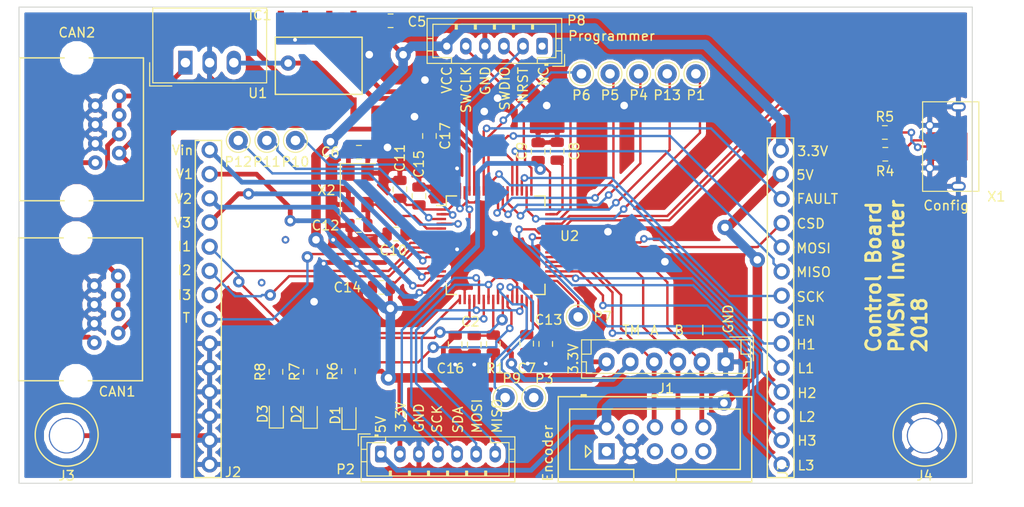
<source format=kicad_pcb>
(kicad_pcb (version 20171130) (host pcbnew "(6.0.0-rc1-dev-522-gdd228b60a)")
  (layers (0 F.Cu signal) (31 B.Cu signal) (34 B.Paste user) (35 F.Paste user) (36 B.SilkS user) (37 F.SilkS user) (38 B.Mask user) (39 F.Mask user) (44 Edge.Cuts user))
  (net 0 "")
  (net 1 /MCU/TEMP_MOTOR)
  (net 2 GND)
  (net 3 VCC)
  (net 4 "Net-(C6-Pad1)")
  (net 5 "Net-(C7-Pad1)")
  (net 6 "Net-(C8-Pad1)")
  (net 7 NRST)
  (net 8 "Net-(C12-Pad1)")
  (net 9 "/CAN bus transceiver/CANH")
  (net 10 "/CAN bus transceiver/CANL")
  (net 11 +12V)
  (net 12 GNDCAN)
  (net 13 "Net-(D3-Pad2)")
  (net 14 "/CAN bus transceiver/CAN_RX")
  (net 15 "/CAN bus transceiver/CAN_TX")
  (net 16 +5V)
  (net 17 /SCK_ADC_EXT)
  (net 18 /TX_SDA)
  (net 19 /RX_SCL_MOSI)
  (net 20 /MISO_RX_SCL)
  (net 21 SWCLK)
  (net 22 SWDIO)
  (net 23 /MCU/USB_DM)
  (net 24 /MCU/USB_DP)
  (net 25 /MCU/LED_RED)
  (net 26 /MCU/LED_GREEN)
  (net 27 /RedLED)
  (net 28 /GreenLED)
  (net 29 /I+)
  (net 30 /B+)
  (net 31 /A+)
  (net 32 /D-)
  (net 33 /D+)
  (net 34 /Current1)
  (net 35 /Current2)
  (net 36 /Current3)
  (net 37 /Supply_SENS)
  (net 38 /Voltage1)
  (net 39 /Voltage2)
  (net 40 /Voltage3)
  (net 41 /ADC_TEMP)
  (net 42 /L1)
  (net 43 /L2)
  (net 44 /L3)
  (net 45 /SPI3_CSD)
  (net 46 /H1)
  (net 47 /H2)
  (net 48 /H3)
  (net 49 /SPI3_SCK)
  (net 50 /SPI3_MISO)
  (net 51 /SPI3_MOSI)
  (net 52 /EN_GATE)
  (net 53 /FAULT)
  (net 54 "/CAN bus transceiver/5V_CAN")
  (net 55 /PA15)
  (net 56 /PB2)
  (net 57 /PB3)
  (net 58 /PB4)
  (net 59 /PB6)
  (net 60 /PB12)
  (net 61 /PC5)
  (net 62 /PC13)
  (net 63 /PC14)
  (net 64 /PC15)
  (net 65 /PD2)
  (module EcoRacerFootprints:USB_Micro-AB-MOLEX-47590-0001 (layer F.Cu) (at 149.987 64.643 90)
    (fp_text reference X1 (at -5.2575 2.537) (layer F.SilkS))
    (fp_text value MINI-USB-SHIELD-32005-201)
    (pad 6 thru_hole oval (at 2.225 -4.45 180) (size 0.95 0.95) (drill 0.65) (layers *.Cu *.Mask) (net 2 GND))
    (pad 6 smd rect (at 0 -1.45 90) (size 2.9 1.9) (layers F.Cu F.Paste F.Mask) (net 2 GND))
    (pad 6 thru_hole oval (at 4.175 -1.45 180) (size 1.55 1) (drill oval 1.15 0.5) (layers *.Cu *.Mask) (net 2 GND))
    (pad 6 thru_hole oval (at -4.175 -1.45 180) (size 1.55 1) (drill oval 1.15 0.5) (layers *.Cu *.Mask) (net 2 GND))
    (pad 6 thru_hole oval (at -2.25 -4.45 180) (size 0.95 0.95) (drill 0.65) (layers *.Cu *.Mask) (net 2 GND))
    (pad 1 smd rect (at 1.3 -4.125 180) (size 1.35 0.4) (layers F.Cu F.Paste F.Mask))
    (pad 2 smd rect (at 0.65 -4.125 180) (size 1.35 0.4) (layers F.Cu F.Paste F.Mask) (net 32 /D-))
    (pad 3 smd rect (at 0 -4.125 180) (size 1.35 0.4) (layers F.Cu F.Paste F.Mask) (net 33 /D+))
    (pad 4 smd rect (at -0.65 -4.125 180) (size 1.35 0.4) (layers F.Cu F.Paste F.Mask))
    (pad 5 smd rect (at -1.3 -4.125 180) (size 1.35 0.4) (layers F.Cu F.Paste F.Mask) (net 2 GND))
  )
  (module Connector_JST:JST_EH_B06B-EH-A_1x06_P2.50mm_Vertical (layer F.Cu) (at 124.126 87.249 180)
    (fp_text reference J1 (at 6.25 -2.8 180) (layer F.SilkS))
    (fp_text value Conn_01x06)
    (pad 6 thru_hole oval (at 12.5 0 180) (size 1.7 1.95) (drill 0.95) (layers *.Cu *.Mask) (net 3 VCC))
    (pad 5 thru_hole oval (at 10 0 180) (size 1.7 1.95) (drill 0.95) (layers *.Cu *.Mask) (net 1 /MCU/TEMP_MOTOR))
    (pad 4 thru_hole oval (at 7.5 0 180) (size 1.7 1.95) (drill 0.95) (layers *.Cu *.Mask) (net 31 /A+))
    (pad 3 thru_hole oval (at 5 0 180) (size 1.7 1.95) (drill 0.95) (layers *.Cu *.Mask) (net 30 /B+))
    (pad 2 thru_hole oval (at 2.5 0 180) (size 1.7 1.95) (drill 0.95) (layers *.Cu *.Mask) (net 29 /I+))
    (pad 1 thru_hole roundrect (at 0 0 180) (size 1.7 1.95) (drill 0.95) (layers *.Cu *.Mask) (roundrect_rratio 0.147059) (net 2 GND))
  )
  (module EcoRacerFootprints:InverterConn (layer F.Cu) (at 70 65)
    (fp_text reference J2 (at 2.455 33.833) (layer F.SilkS))
    (fp_text value InverterConn)
    (pad 28 thru_hole circle (at 59.912 0) (size 1.7 1.7) (drill 1) (layers *.Cu *.Mask) (net 3 VCC))
    (pad 27 thru_hole circle (at 59.912 2.54) (size 1.7 1.7) (drill 1) (layers *.Cu *.Mask) (net 16 +5V))
    (pad 26 thru_hole oval (at 60 5.14) (size 1.7 1.7) (drill 1) (layers *.Cu *.Mask) (net 53 /FAULT))
    (pad 25 thru_hole oval (at 60 7.68) (size 1.7 1.7) (drill 1) (layers *.Cu *.Mask) (net 45 /SPI3_CSD))
    (pad 24 thru_hole oval (at 60 10.22) (size 1.7 1.7) (drill 1) (layers *.Cu *.Mask) (net 51 /SPI3_MOSI))
    (pad 23 thru_hole oval (at 60 12.76) (size 1.7 1.7) (drill 1) (layers *.Cu *.Mask) (net 50 /SPI3_MISO))
    (pad 22 thru_hole oval (at 60 15.3) (size 1.7 1.7) (drill 1) (layers *.Cu *.Mask) (net 49 /SPI3_SCK))
    (pad 21 thru_hole oval (at 60 17.84) (size 1.7 1.7) (drill 1) (layers *.Cu *.Mask) (net 52 /EN_GATE))
    (pad 20 thru_hole oval (at 60 20.32 180) (size 1.7 1.7) (drill 1) (layers *.Cu *.Mask) (net 46 /H1))
    (pad 19 thru_hole oval (at 60 22.86 180) (size 1.7 1.7) (drill 1) (layers *.Cu *.Mask) (net 42 /L1))
    (pad 18 thru_hole oval (at 60 25.4 180) (size 1.7 1.7) (drill 1) (layers *.Cu *.Mask) (net 47 /H2))
    (pad 17 thru_hole oval (at 60 27.94 180) (size 1.7 1.7) (drill 1) (layers *.Cu *.Mask) (net 43 /L2))
    (pad 16 thru_hole oval (at 60 30.48 180) (size 1.7 1.7) (drill 1) (layers *.Cu *.Mask) (net 48 /H3))
    (pad 15 thru_hole oval (at 60 33.02 180) (size 1.7 1.7) (drill 1) (layers *.Cu *.Mask) (net 44 /L3))
    (pad 14 thru_hole oval (at 0 33.02 180) (size 1.7 1.7) (drill 1) (layers *.Cu *.Mask) (net 2 GND))
    (pad 13 thru_hole oval (at 0 30.48) (size 1.7 1.7) (drill 1) (layers *.Cu *.Mask) (net 2 GND))
    (pad 12 thru_hole oval (at 0 27.94) (size 1.7 1.7) (drill 1) (layers *.Cu *.Mask) (net 2 GND))
    (pad 11 thru_hole oval (at 0 25.4) (size 1.7 1.7) (drill 1) (layers *.Cu *.Mask) (net 2 GND))
    (pad 10 thru_hole oval (at 0 22.86) (size 1.7 1.7) (drill 1) (layers *.Cu *.Mask) (net 2 GND))
    (pad 9 thru_hole oval (at 0 20.32) (size 1.7 1.7) (drill 1) (layers *.Cu *.Mask) (net 2 GND))
    (pad 8 thru_hole oval (at 0 17.78) (size 1.7 1.7) (drill 1) (layers *.Cu *.Mask) (net 34 /Current1))
    (pad 7 thru_hole oval (at 0 15.24) (size 1.7 1.7) (drill 1) (layers *.Cu *.Mask) (net 35 /Current2))
    (pad 6 thru_hole oval (at 0 12.7) (size 1.7 1.7) (drill 1) (layers *.Cu *.Mask) (net 36 /Current3))
    (pad 5 thru_hole oval (at 0 10.16) (size 1.7 1.7) (drill 1) (layers *.Cu *.Mask) (net 41 /ADC_TEMP))
    (pad 4 thru_hole oval (at 0 7.62) (size 1.7 1.7) (drill 1) (layers *.Cu *.Mask) (net 38 /Voltage1))
    (pad 3 thru_hole oval (at 0 5.08) (size 1.7 1.7) (drill 1) (layers *.Cu *.Mask) (net 39 /Voltage2))
    (pad 2 thru_hole oval (at 0 2.54) (size 1.7 1.7) (drill 1) (layers *.Cu *.Mask) (net 40 /Voltage3))
    (pad 1 thru_hole oval (at 0 0) (size 1.7 1.7) (drill 1) (layers *.Cu *.Mask) (net 37 /Supply_SENS))
  )
  (module EcoRacerFootprints:Spacer (layer F.Cu) (at 145 95)
    (fp_text reference J4 (at 0 4.2) (layer F.SilkS))
    (fp_text value Mounting)
    (pad 1 thru_hole circle (at 0 0) (size 3.74 3.74) (drill 3.5) (layers *.Cu *.Mask) (net 2 GND))
  )
  (module EcoRacerFootprints:Spacer (layer F.Cu) (at 55 95)
    (fp_text reference J3 (at 0 4.2) (layer F.SilkS))
    (fp_text value Mounting)
    (pad 1 thru_hole circle (at 0 0) (size 3.74 3.74) (drill 3.5) (layers *.Cu *.Mask) (net 2 GND))
  )
  (module Capacitor_SMD:C_0805_2012Metric (layer F.Cu) (at 97.755 85.433 90)
    (fp_text reference C2 (at 2.4 -0.4 180) (layer F.SilkS))
    (fp_text value 100n)
    (pad 2 smd roundrect (at 0.9375 0 90) (size 0.975 1.4) (layers F.Cu F.Paste F.Mask) (net 1 /MCU/TEMP_MOTOR))
    (pad 1 smd roundrect (at -0.9375 0 90) (size 0.975 1.4) (layers F.Cu F.Paste F.Mask) (net 2 GND))
  )
  (module Capacitor_SMD:C_0805_2012Metric (layer F.Cu) (at 88.9785 51.435)
    (fp_text reference C5 (at 2.7625 0.1) (layer F.SilkS))
    (fp_text value 2.2u)
    (pad 1 smd roundrect (at -0.9375 0) (size 0.975 1.4) (layers F.Cu F.Paste F.Mask) (net 3 VCC))
    (pad 2 smd roundrect (at 0.9375 0) (size 0.975 1.4) (layers F.Cu F.Paste F.Mask) (net 2 GND))
  )
  (module Capacitor_SMD:C_0805_2012Metric (layer F.Cu) (at 85.655 65.233)
    (fp_text reference C6 (at -3 0) (layer F.SilkS))
    (fp_text value 15p)
    (pad 1 smd roundrect (at -0.9375 0) (size 0.975 1.4) (layers F.Cu F.Paste F.Mask) (net 4 "Net-(C6-Pad1)"))
    (pad 2 smd roundrect (at 0.9375 0) (size 0.975 1.4) (layers F.Cu F.Paste F.Mask) (net 2 GND))
  )
  (module Capacitor_SMD:C_0805_2012Metric (layer F.Cu) (at 103.255 85.333 270)
    (fp_text reference C7 (at 2.6 0) (layer F.SilkS))
    (fp_text value 2.2u)
    (pad 2 smd roundrect (at 0.9375 0 270) (size 0.975 1.4) (layers F.Cu F.Paste F.Mask) (net 2 GND))
    (pad 1 smd roundrect (at -0.9375 0 270) (size 0.975 1.4) (layers F.Cu F.Paste F.Mask) (net 5 "Net-(C7-Pad1)"))
  )
  (module Capacitor_SMD:C_0805_2012Metric (layer F.Cu) (at 106.455 65.133 90)
    (fp_text reference C8 (at 0 1.8 90) (layer F.SilkS))
    (fp_text value 2.2u)
    (pad 1 smd roundrect (at -0.9375 0 90) (size 0.975 1.4) (layers F.Cu F.Paste F.Mask) (net 6 "Net-(C8-Pad1)"))
    (pad 2 smd roundrect (at 0.9375 0 90) (size 0.975 1.4) (layers F.Cu F.Paste F.Mask) (net 2 GND))
  )
  (module Capacitor_SMD:C_0805_2012Metric (layer F.Cu) (at 104.455 65.1705 270)
    (fp_text reference C9 (at -0.0625 1.7 270) (layer F.SilkS))
    (fp_text value 2.2u)
    (pad 1 smd roundrect (at -0.9375 0 270) (size 0.975 1.4) (layers F.Cu F.Paste F.Mask) (net 2 GND))
    (pad 2 smd roundrect (at 0.9375 0 270) (size 0.975 1.4) (layers F.Cu F.Paste F.Mask) (net 3 VCC))
  )
  (module Capacitor_SMD:C_0805_2012Metric (layer F.Cu) (at 89.555 73.833)
    (fp_text reference C10 (at -0.3 1.7 180) (layer F.SilkS))
    (fp_text value 100n)
    (pad 1 smd roundrect (at -0.9375 0) (size 0.975 1.4) (layers F.Cu F.Paste F.Mask) (net 2 GND))
    (pad 2 smd roundrect (at 0.9375 0) (size 0.975 1.4) (layers F.Cu F.Paste F.Mask) (net 7 NRST))
  )
  (module Capacitor_SMD:C_0805_2012Metric (layer F.Cu) (at 89.955 69.133 270)
    (fp_text reference C11 (at -3.3 0 270) (layer F.SilkS))
    (fp_text value 2.2u)
    (pad 2 smd roundrect (at 0.9375 0 270) (size 0.975 1.4) (layers F.Cu F.Paste F.Mask) (net 3 VCC))
    (pad 1 smd roundrect (at -0.9375 0 270) (size 0.975 1.4) (layers F.Cu F.Paste F.Mask) (net 2 GND))
  )
  (module Capacitor_SMD:C_0805_2012Metric (layer F.Cu) (at 85.655 72.933 180)
    (fp_text reference C12 (at 3.5 0 180) (layer F.SilkS))
    (fp_text value 15p)
    (pad 2 smd roundrect (at 0.9375 0 180) (size 0.975 1.4) (layers F.Cu F.Paste F.Mask) (net 2 GND))
    (pad 1 smd roundrect (at -0.9375 0 180) (size 0.975 1.4) (layers F.Cu F.Paste F.Mask) (net 8 "Net-(C12-Pad1)"))
  )
  (module Capacitor_SMD:C_0805_2012Metric (layer F.Cu) (at 105.255 85.3705 90)
    (fp_text reference C13 (at 2.5375 0.3 180) (layer F.SilkS))
    (fp_text value 2.2u)
    (pad 2 smd roundrect (at 0.9375 0 90) (size 0.975 1.4) (layers F.Cu F.Paste F.Mask) (net 3 VCC))
    (pad 1 smd roundrect (at -0.9375 0 90) (size 0.975 1.4) (layers F.Cu F.Paste F.Mask) (net 2 GND))
  )
  (module Capacitor_SMD:C_0805_2012Metric (layer F.Cu) (at 88.0175 79.433)
    (fp_text reference C14 (at -3.5625 0) (layer F.SilkS))
    (fp_text value 2.2u)
    (pad 1 smd roundrect (at -0.9375 0) (size 0.975 1.4) (layers F.Cu F.Paste F.Mask) (net 2 GND))
    (pad 2 smd roundrect (at 0.9375 0) (size 0.975 1.4) (layers F.Cu F.Paste F.Mask) (net 3 VCC))
  )
  (module Capacitor_SMD:C_0805_2012Metric (layer F.Cu) (at 91.955 69.833 270)
    (fp_text reference C15 (at -3.3625 0 270) (layer F.SilkS))
    (fp_text value 2.2u)
    (pad 1 smd roundrect (at -0.9375 0 270) (size 0.975 1.4) (layers F.Cu F.Paste F.Mask) (net 2 GND))
    (pad 2 smd roundrect (at 0.9375 0 270) (size 0.975 1.4) (layers F.Cu F.Paste F.Mask) (net 3 VCC))
  )
  (module Capacitor_SMD:C_0805_2012Metric (layer F.Cu) (at 95.755 85.3955 90)
    (fp_text reference C16 (at -2.5375 -0.5 180) (layer F.SilkS))
    (fp_text value 2.2u)
    (pad 2 smd roundrect (at 0.9375 0 90) (size 0.975 1.4) (layers F.Cu F.Paste F.Mask) (net 3 VCC))
    (pad 1 smd roundrect (at -0.9375 0 90) (size 0.975 1.4) (layers F.Cu F.Paste F.Mask) (net 2 GND))
  )
  (module Capacitor_SMD:C_0805_2012Metric (layer F.Cu) (at 93.055 63.533 270)
    (fp_text reference C17 (at 0 -1.65 270) (layer F.SilkS))
    (fp_text value 2.2u)
    (pad 2 smd roundrect (at 0.9375 0 270) (size 0.975 1.4) (layers F.Cu F.Paste F.Mask) (net 3 VCC))
    (pad 1 smd roundrect (at -0.9375 0 270) (size 0.975 1.4) (layers F.Cu F.Paste F.Mask) (net 2 GND))
  )
  (module LED_SMD:LED_0603_1608Metric (layer F.Cu) (at 84.614 92.863 90)
    (fp_text reference D1 (at 0 -1.43 90) (layer F.SilkS))
    (fp_text value RED)
    (pad 2 smd roundrect (at 0.7875 0 90) (size 0.875 0.95) (layers F.Cu F.Paste F.Mask) (net 27 /RedLED))
    (pad 1 smd roundrect (at -0.7875 0 90) (size 0.875 0.95) (layers F.Cu F.Paste F.Mask) (net 2 GND))
  )
  (module LED_SMD:LED_0603_1608Metric (layer F.Cu) (at 80.55 92.736 90)
    (fp_text reference D2 (at 0 -1.43 90) (layer F.SilkS))
    (fp_text value GREEN)
    (pad 1 smd roundrect (at -0.7875 0 90) (size 0.875 0.95) (layers F.Cu F.Paste F.Mask) (net 2 GND))
    (pad 2 smd roundrect (at 0.7875 0 90) (size 0.875 0.95) (layers F.Cu F.Paste F.Mask) (net 28 /GreenLED))
  )
  (module LED_SMD:LED_0603_1608Metric (layer F.Cu) (at 76.994 92.7105 90)
    (fp_text reference D3 (at 0 -1.43 90) (layer F.SilkS))
    (fp_text value LED)
    (pad 1 smd roundrect (at -0.7875 0 90) (size 0.875 0.95) (layers F.Cu F.Paste F.Mask) (net 2 GND))
    (pad 2 smd roundrect (at 0.7875 0 90) (size 0.875 0.95) (layers F.Cu F.Paste F.Mask) (net 13 "Net-(D3-Pad2)"))
  )
  (module EcoRacerFootprints:ISO1050 (layer F.Cu) (at 85.09 51.562 270)
    (fp_text reference IC1 (at -0.7 9.8) (layer F.SilkS))
    (fp_text value ISO1050)
    (pad 1 smd rect (at 0 0 270) (size 2.35 0.65) (layers F.Cu F.Paste F.Mask) (net 3 VCC))
    (pad 2 smd rect (at 0 2.54 270) (size 2.35 0.65) (layers F.Cu F.Paste F.Mask) (net 14 "/CAN bus transceiver/CAN_RX"))
    (pad 3 smd rect (at 0 5.08 270) (size 2.35 0.65) (layers F.Cu F.Paste F.Mask) (net 15 "/CAN bus transceiver/CAN_TX"))
    (pad 4 smd rect (at 0 7.62 270) (size 2.35 0.65) (layers F.Cu F.Paste F.Mask) (net 2 GND))
    (pad 8 smd rect (at 9.1 0 270) (size 2.35 0.65) (layers F.Cu F.Paste F.Mask) (net 54 "/CAN bus transceiver/5V_CAN"))
    (pad 7 smd rect (at 9.1 2.4 270) (size 2.54 0.65) (layers F.Cu F.Paste F.Mask) (net 9 "/CAN bus transceiver/CANH"))
    (pad 6 smd rect (at 9.1 5.08 270) (size 2.35 0.65) (layers F.Cu F.Paste F.Mask) (net 10 "/CAN bus transceiver/CANL"))
    (pad 5 smd rect (at 9.1 7.62 270) (size 2.35 0.65) (layers F.Cu F.Paste F.Mask) (net 12 GNDCAN))
  )
  (module Connector_JST:JST_PH_B7B-PH-K_1x07_P2.00mm_Vertical (layer F.Cu) (at 87.955 96.933)
    (fp_text reference P2 (at -3.7 1.6) (layer F.SilkS))
    (fp_text value PWR_COMM)
    (pad 1 thru_hole roundrect (at 0 0) (size 1.2 1.75) (drill 0.75) (layers *.Cu *.Mask) (roundrect_rratio 0.208333) (net 16 +5V))
    (pad 2 thru_hole oval (at 2 0) (size 1.2 1.75) (drill 0.75) (layers *.Cu *.Mask) (net 3 VCC))
    (pad 3 thru_hole oval (at 4 0) (size 1.2 1.75) (drill 0.75) (layers *.Cu *.Mask) (net 2 GND))
    (pad 4 thru_hole oval (at 6 0) (size 1.2 1.75) (drill 0.75) (layers *.Cu *.Mask) (net 17 /SCK_ADC_EXT))
    (pad 5 thru_hole oval (at 8 0) (size 1.2 1.75) (drill 0.75) (layers *.Cu *.Mask) (net 18 /TX_SDA))
    (pad 6 thru_hole oval (at 10 0) (size 1.2 1.75) (drill 0.75) (layers *.Cu *.Mask) (net 19 /RX_SCL_MOSI))
    (pad 7 thru_hole oval (at 12 0) (size 1.2 1.75) (drill 0.75) (layers *.Cu *.Mask) (net 20 /MISO_RX_SCL))
  )
  (module Connector_JST:JST_PH_B6B-PH-K_1x06_P2.00mm_Vertical (layer F.Cu) (at 104.87 54.102 180)
    (fp_text reference P8 (at -3.6 2.7 180) (layer F.SilkS))
    (fp_text value SWD)
    (pad 1 thru_hole roundrect (at 0 0 180) (size 1.2 1.75) (drill 0.75) (layers *.Cu *.Mask) (roundrect_rratio 0.208333))
    (pad 2 thru_hole oval (at 2 0 180) (size 1.2 1.75) (drill 0.75) (layers *.Cu *.Mask) (net 7 NRST))
    (pad 3 thru_hole oval (at 4 0 180) (size 1.2 1.75) (drill 0.75) (layers *.Cu *.Mask) (net 22 SWDIO))
    (pad 4 thru_hole oval (at 6 0 180) (size 1.2 1.75) (drill 0.75) (layers *.Cu *.Mask) (net 2 GND))
    (pad 5 thru_hole oval (at 8 0 180) (size 1.2 1.75) (drill 0.75) (layers *.Cu *.Mask) (net 21 SWCLK))
    (pad 6 thru_hole oval (at 10 0 180) (size 1.2 1.75) (drill 0.75) (layers *.Cu *.Mask) (net 3 VCC))
  )
  (module Resistor_SMD:R_0805_2012Metric (layer F.Cu) (at 99.755 85.3705 270)
    (fp_text reference R1 (at 2.5625 -0.2) (layer F.SilkS))
    (fp_text value 10k)
    (pad 1 smd roundrect (at -0.9375 0 270) (size 0.975 1.4) (layers F.Cu F.Paste F.Mask) (net 1 /MCU/TEMP_MOTOR))
    (pad 2 smd roundrect (at 0.9375 0 270) (size 0.975 1.4) (layers F.Cu F.Paste F.Mask) (net 3 VCC))
  )
  (module Resistor_SMD:R_0805_2012Metric (layer F.Cu) (at 140.8755 65.45)
    (fp_text reference R4 (at -0.0205 1.783) (layer F.SilkS))
    (fp_text value 22R)
    (pad 1 smd roundrect (at -0.9375 0) (size 0.975 1.4) (layers F.Cu F.Paste F.Mask) (net 23 /MCU/USB_DM))
    (pad 2 smd roundrect (at 0.9375 0) (size 0.975 1.4) (layers F.Cu F.Paste F.Mask) (net 32 /D-))
  )
  (module Resistor_SMD:R_0805_2012Metric (layer F.Cu) (at 140.827 63.164)
    (fp_text reference R5 (at 0 -1.65) (layer F.SilkS))
    (fp_text value 22R)
    (pad 1 smd roundrect (at -0.9375 0) (size 0.975 1.4) (layers F.Cu F.Paste F.Mask) (net 24 /MCU/USB_DP))
    (pad 2 smd roundrect (at 0.9375 0) (size 0.975 1.4) (layers F.Cu F.Paste F.Mask) (net 33 /D+))
  )
  (module Resistor_SMD:R_0805_2012Metric (layer F.Cu) (at 84.555 88.233 90)
    (fp_text reference R6 (at 0 -1.65 90) (layer F.SilkS))
    (fp_text value 100R)
    (pad 2 smd roundrect (at 0.9375 0 90) (size 0.975 1.4) (layers F.Cu F.Paste F.Mask) (net 25 /MCU/LED_RED))
    (pad 1 smd roundrect (at -0.9375 0 90) (size 0.975 1.4) (layers F.Cu F.Paste F.Mask) (net 27 /RedLED))
  )
  (module Resistor_SMD:R_0805_2012Metric (layer F.Cu) (at 80.555 88.2955 90)
    (fp_text reference R7 (at 0 -1.65 90) (layer F.SilkS))
    (fp_text value 100R)
    (pad 2 smd roundrect (at 0.9375 0 90) (size 0.975 1.4) (layers F.Cu F.Paste F.Mask) (net 26 /MCU/LED_GREEN))
    (pad 1 smd roundrect (at -0.9375 0 90) (size 0.975 1.4) (layers F.Cu F.Paste F.Mask) (net 28 /GreenLED))
  )
  (module Resistor_SMD:R_0805_2012Metric (layer F.Cu) (at 76.955 88.2955 90)
    (fp_text reference R8 (at 0 -1.65 90) (layer F.SilkS))
    (fp_text value 2k2)
    (pad 2 smd roundrect (at 0.9375 0 90) (size 0.975 1.4) (layers F.Cu F.Paste F.Mask) (net 3 VCC))
    (pad 1 smd roundrect (at -0.9375 0 90) (size 0.975 1.4) (layers F.Cu F.Paste F.Mask) (net 13 "Net-(D3-Pad2)"))
  )
  (module Converter_DCDC:Converter_DCDC_TRACO_TSR-1_THT (layer F.Cu) (at 67.455 55.833)
    (fp_text reference U1 (at 7.590426 3.205327) (layer F.SilkS))
    (fp_text value TSR_1-2450)
    (pad 1 thru_hole rect (at 0 0) (size 1.5 2.5) (drill 1) (layers *.Cu *.Mask) (net 11 +12V))
    (pad 2 thru_hole oval (at 2.54 0) (size 1.5 2.5) (drill 1) (layers *.Cu *.Mask) (net 12 GNDCAN))
    (pad 3 thru_hole oval (at 5.08 0) (size 1.5 2.5) (drill 1) (layers *.Cu *.Mask) (net 54 "/CAN bus transceiver/5V_CAN"))
  )
  (module Package_QFP:LQFP-64_10x10mm_P0.5mm (layer F.Cu) (at 100 75)
    (fp_text reference U2 (at 7.755 -0.967) (layer F.SilkS))
    (fp_text value STM32F405RGTx)
    (pad 1 smd rect (at -5.7 -3.75) (size 1 0.25) (layers F.Cu F.Paste F.Mask) (net 3 VCC))
    (pad 2 smd rect (at -5.7 -3.25) (size 1 0.25) (layers F.Cu F.Paste F.Mask) (net 62 /PC13))
    (pad 3 smd rect (at -5.7 -2.75) (size 1 0.25) (layers F.Cu F.Paste F.Mask) (net 63 /PC14))
    (pad 4 smd rect (at -5.7 -2.25) (size 1 0.25) (layers F.Cu F.Paste F.Mask) (net 64 /PC15))
    (pad 5 smd rect (at -5.7 -1.75) (size 1 0.25) (layers F.Cu F.Paste F.Mask) (net 4 "Net-(C6-Pad1)"))
    (pad 6 smd rect (at -5.7 -1.25) (size 1 0.25) (layers F.Cu F.Paste F.Mask) (net 8 "Net-(C12-Pad1)"))
    (pad 7 smd rect (at -5.7 -0.75) (size 1 0.25) (layers F.Cu F.Paste F.Mask) (net 7 NRST))
    (pad 8 smd rect (at -5.7 -0.25) (size 1 0.25) (layers F.Cu F.Paste F.Mask) (net 34 /Current1))
    (pad 9 smd rect (at -5.7 0.25) (size 1 0.25) (layers F.Cu F.Paste F.Mask) (net 35 /Current2))
    (pad 10 smd rect (at -5.7 0.75) (size 1 0.25) (layers F.Cu F.Paste F.Mask) (net 36 /Current3))
    (pad 11 smd rect (at -5.7 1.25) (size 1 0.25) (layers F.Cu F.Paste F.Mask) (net 37 /Supply_SENS))
    (pad 12 smd rect (at -5.7 1.75) (size 1 0.25) (layers F.Cu F.Paste F.Mask) (net 2 GND))
    (pad 13 smd rect (at -5.7 2.25) (size 1 0.25) (layers F.Cu F.Paste F.Mask) (net 3 VCC))
    (pad 14 smd rect (at -5.7 2.75) (size 1 0.25) (layers F.Cu F.Paste F.Mask) (net 38 /Voltage1))
    (pad 15 smd rect (at -5.7 3.25) (size 1 0.25) (layers F.Cu F.Paste F.Mask) (net 39 /Voltage2))
    (pad 16 smd rect (at -5.7 3.75) (size 1 0.25) (layers F.Cu F.Paste F.Mask) (net 40 /Voltage3))
    (pad 17 smd rect (at -3.75 5.7 90) (size 1 0.25) (layers F.Cu F.Paste F.Mask) (net 41 /ADC_TEMP))
    (pad 18 smd rect (at -3.25 5.7 90) (size 1 0.25) (layers F.Cu F.Paste F.Mask) (net 2 GND))
    (pad 19 smd rect (at -2.75 5.7 90) (size 1 0.25) (layers F.Cu F.Paste F.Mask) (net 3 VCC))
    (pad 20 smd rect (at -2.25 5.7 90) (size 1 0.25) (layers F.Cu F.Paste F.Mask) (net 19 /RX_SCL_MOSI))
    (pad 21 smd rect (at -1.75 5.7 90) (size 1 0.25) (layers F.Cu F.Paste F.Mask) (net 17 /SCK_ADC_EXT))
    (pad 22 smd rect (at -1.25 5.7 90) (size 1 0.25) (layers F.Cu F.Paste F.Mask) (net 20 /MISO_RX_SCL))
    (pad 23 smd rect (at -0.75 5.7 90) (size 1 0.25) (layers F.Cu F.Paste F.Mask) (net 18 /TX_SDA))
    (pad 24 smd rect (at -0.25 5.7 90) (size 1 0.25) (layers F.Cu F.Paste F.Mask) (net 1 /MCU/TEMP_MOTOR))
    (pad 25 smd rect (at 0.25 5.7 90) (size 1 0.25) (layers F.Cu F.Paste F.Mask) (net 61 /PC5))
    (pad 26 smd rect (at 0.75 5.7 90) (size 1 0.25) (layers F.Cu F.Paste F.Mask) (net 26 /MCU/LED_GREEN))
    (pad 27 smd rect (at 1.25 5.7 90) (size 1 0.25) (layers F.Cu F.Paste F.Mask) (net 25 /MCU/LED_RED))
    (pad 28 smd rect (at 1.75 5.7 90) (size 1 0.25) (layers F.Cu F.Paste F.Mask) (net 56 /PB2))
    (pad 29 smd rect (at 2.25 5.7 90) (size 1 0.25) (layers F.Cu F.Paste F.Mask) (net 18 /TX_SDA))
    (pad 30 smd rect (at 2.75 5.7 90) (size 1 0.25) (layers F.Cu F.Paste F.Mask) (net 19 /RX_SCL_MOSI))
    (pad 31 smd rect (at 3.25 5.7 90) (size 1 0.25) (layers F.Cu F.Paste F.Mask) (net 5 "Net-(C7-Pad1)"))
    (pad 32 smd rect (at 3.75 5.7 90) (size 1 0.25) (layers F.Cu F.Paste F.Mask) (net 3 VCC))
    (pad 33 smd rect (at 5.7 3.75) (size 1 0.25) (layers F.Cu F.Paste F.Mask) (net 60 /PB12))
    (pad 34 smd rect (at 5.7 3.25) (size 1 0.25) (layers F.Cu F.Paste F.Mask) (net 42 /L1))
    (pad 35 smd rect (at 5.7 2.75) (size 1 0.25) (layers F.Cu F.Paste F.Mask) (net 43 /L2))
    (pad 36 smd rect (at 5.7 2.25) (size 1 0.25) (layers F.Cu F.Paste F.Mask) (net 44 /L3))
    (pad 37 smd rect (at 5.7 1.75) (size 1 0.25) (layers F.Cu F.Paste F.Mask) (net 31 /A+))
    (pad 38 smd rect (at 5.7 1.25) (size 1 0.25) (layers F.Cu F.Paste F.Mask) (net 30 /B+))
    (pad 39 smd rect (at 5.7 0.75) (size 1 0.25) (layers F.Cu F.Paste F.Mask) (net 29 /I+))
    (pad 40 smd rect (at 5.7 0.25) (size 1 0.25) (layers F.Cu F.Paste F.Mask) (net 45 /SPI3_CSD))
    (pad 41 smd rect (at 5.7 -0.25) (size 1 0.25) (layers F.Cu F.Paste F.Mask) (net 46 /H1))
    (pad 42 smd rect (at 5.7 -0.75) (size 1 0.25) (layers F.Cu F.Paste F.Mask) (net 47 /H2))
    (pad 43 smd rect (at 5.7 -1.25) (size 1 0.25) (layers F.Cu F.Paste F.Mask) (net 48 /H3))
    (pad 44 smd rect (at 5.7 -1.75) (size 1 0.25) (layers F.Cu F.Paste F.Mask) (net 23 /MCU/USB_DM))
    (pad 45 smd rect (at 5.7 -2.25) (size 1 0.25) (layers F.Cu F.Paste F.Mask) (net 24 /MCU/USB_DP))
    (pad 46 smd rect (at 5.7 -2.75) (size 1 0.25) (layers F.Cu F.Paste F.Mask) (net 22 SWDIO))
    (pad 47 smd rect (at 5.7 -3.25) (size 1 0.25) (layers F.Cu F.Paste F.Mask) (net 6 "Net-(C8-Pad1)"))
    (pad 48 smd rect (at 5.7 -3.75) (size 1 0.25) (layers F.Cu F.Paste F.Mask) (net 3 VCC))
    (pad 49 smd rect (at 3.75 -5.7 90) (size 1 0.25) (layers F.Cu F.Paste F.Mask) (net 21 SWCLK))
    (pad 50 smd rect (at 3.25 -5.7 90) (size 1 0.25) (layers F.Cu F.Paste F.Mask) (net 55 /PA15))
    (pad 51 smd rect (at 2.75 -5.7 90) (size 1 0.25) (layers F.Cu F.Paste F.Mask) (net 49 /SPI3_SCK))
    (pad 52 smd rect (at 2.25 -5.7 90) (size 1 0.25) (layers F.Cu F.Paste F.Mask) (net 50 /SPI3_MISO))
    (pad 53 smd rect (at 1.75 -5.7 90) (size 1 0.25) (layers F.Cu F.Paste F.Mask) (net 51 /SPI3_MOSI))
    (pad 54 smd rect (at 1.25 -5.7 90) (size 1 0.25) (layers F.Cu F.Paste F.Mask) (net 65 /PD2))
    (pad 55 smd rect (at 0.75 -5.7 90) (size 1 0.25) (layers F.Cu F.Paste F.Mask) (net 57 /PB3))
    (pad 56 smd rect (at 0.25 -5.7 90) (size 1 0.25) (layers F.Cu F.Paste F.Mask) (net 58 /PB4))
    (pad 57 smd rect (at -0.25 -5.7 90) (size 1 0.25) (layers F.Cu F.Paste F.Mask) (net 52 /EN_GATE))
    (pad 58 smd rect (at -0.75 -5.7 90) (size 1 0.25) (layers F.Cu F.Paste F.Mask) (net 59 /PB6))
    (pad 59 smd rect (at -1.25 -5.7 90) (size 1 0.25) (layers F.Cu F.Paste F.Mask) (net 53 /FAULT))
    (pad 60 smd rect (at -1.75 -5.7 90) (size 1 0.25) (layers F.Cu F.Paste F.Mask) (net 2 GND))
    (pad 61 smd rect (at -2.25 -5.7 90) (size 1 0.25) (layers F.Cu F.Paste F.Mask) (net 14 "/CAN bus transceiver/CAN_RX"))
    (pad 62 smd rect (at -2.75 -5.7 90) (size 1 0.25) (layers F.Cu F.Paste F.Mask) (net 15 "/CAN bus transceiver/CAN_TX"))
    (pad 63 smd rect (at -3.25 -5.7 90) (size 1 0.25) (layers F.Cu F.Paste F.Mask) (net 2 GND))
    (pad 64 smd rect (at -3.75 -5.7 90) (size 1 0.25) (layers F.Cu F.Paste F.Mask) (net 3 VCC))
  )
  (module Crystal:Crystal_SMD_5032-4Pin_5.0x3.2mm (layer F.Cu) (at 85.555 69.083 270)
    (fp_text reference X2 (at 0.15 3.3) (layer F.SilkS))
    (fp_text value "8MHz 10ppm")
    (pad 1 smd rect (at -1.65 1 270) (size 1.6 1.3) (layers F.Cu F.Paste F.Mask) (net 4 "Net-(C6-Pad1)"))
    (pad 2 smd rect (at 1.65 1 270) (size 1.6 1.3) (layers F.Cu F.Paste F.Mask) (net 2 GND))
    (pad 3 smd rect (at 1.65 -1 270) (size 1.6 1.3) (layers F.Cu F.Paste F.Mask) (net 8 "Net-(C12-Pad1)"))
    (pad 4 smd rect (at -1.65 -1 270) (size 1.6 1.3) (layers F.Cu F.Paste F.Mask) (net 2 GND))
  )
  (module Connector_Multicomp:Multicomp_MC9A12-1034_2x05_P2.54mm_Vertical (layer F.Cu) (at 111.633 96.647)
    (fp_text reference J7 (at 18.5 1.9 90) (layer F.SilkS))
    (fp_text value "Quadrature Encoder")
    (pad 1 thru_hole rect (at 0 0) (size 1.7 1.7) (drill 1) (layers *.Cu *.Mask))
    (pad 2 thru_hole circle (at 0 -2.54) (size 1.7 1.7) (drill 1) (layers *.Cu *.Mask) (net 16 +5V))
    (pad 3 thru_hole circle (at 2.54 0) (size 1.7 1.7) (drill 1) (layers *.Cu *.Mask) (net 2 GND))
    (pad 4 thru_hole circle (at 2.54 -2.54) (size 1.7 1.7) (drill 1) (layers *.Cu *.Mask))
    (pad 5 thru_hole circle (at 5.08 0) (size 1.7 1.7) (drill 1) (layers *.Cu *.Mask))
    (pad 6 thru_hole circle (at 5.08 -2.54) (size 1.7 1.7) (drill 1) (layers *.Cu *.Mask) (net 31 /A+))
    (pad 7 thru_hole circle (at 7.62 0) (size 1.7 1.7) (drill 1) (layers *.Cu *.Mask))
    (pad 8 thru_hole circle (at 7.62 -2.54) (size 1.7 1.7) (drill 1) (layers *.Cu *.Mask) (net 30 /B+))
    (pad 9 thru_hole circle (at 10.16 0) (size 1.7 1.7) (drill 1) (layers *.Cu *.Mask))
    (pad 10 thru_hole circle (at 10.16 -2.54) (size 1.7 1.7) (drill 1) (layers *.Cu *.Mask) (net 29 /I+))
  )
  (module EcoRacerFootprints:RJ45 (layer F.Cu) (at 62.955 89.233 90)
    (fp_text reference CAN1 (at -1.143 -2.667 180) (layer F.SilkS))
    (fp_text value RJ45CAN)
    (pad "" np_thru_hole circle (at 15 -7 90) (size 2.5 2.5) (drill 2.5) (layers *.Cu *.Mask))
    (pad "" np_thru_hole circle (at 0 -7 90) (size 2.5 2.5) (drill 2.5) (layers *.Cu *.Mask))
    (pad 7 thru_hole circle (at 11 -2.55 90) (size 1.524 1.524) (drill 0.762) (layers *.Cu *.Mask) (net 11 +12V))
    (pad 5 thru_hole circle (at 9 -2.55 90) (size 1.524 1.524) (drill 0.762) (layers *.Cu *.Mask) (net 11 +12V))
    (pad 8 thru_hole circle (at 10 -5.05 90) (size 1.524 1.524) (drill 0.762) (layers *.Cu *.Mask) (net 12 GNDCAN))
    (pad 6 thru_hole circle (at 8 -5.05 90) (size 1.524 1.524) (drill 0.762) (layers *.Cu *.Mask) (net 12 GNDCAN))
    (pad 4 thru_hole circle (at 6 -5.05 90) (size 1.524 1.524) (drill 0.762) (layers *.Cu *.Mask) (net 12 GNDCAN))
    (pad 3 thru_hole circle (at 7 -2.55 90) (size 1.524 1.524) (drill 0.762) (layers *.Cu *.Mask) (net 11 +12V))
    (pad 2 thru_hole circle (at 4 -5.05 90) (size 1.524 1.524) (drill 0.762) (layers *.Cu *.Mask) (net 10 "/CAN bus transceiver/CANL"))
    (pad 1 thru_hole circle (at 5 -2.55 90) (size 1.524 1.524) (drill 0.762) (layers *.Cu *.Mask) (net 9 "/CAN bus transceiver/CANH"))
  )
  (module EcoRacerFootprints:RJ45 (layer F.Cu) (at 63.055 70.333 90)
    (fp_text reference CAN2 (at 17.653 -6.985 180) (layer F.SilkS))
    (fp_text value RJ45CAN)
    (pad 1 thru_hole circle (at 5 -2.55 90) (size 1.524 1.524) (drill 0.762) (layers *.Cu *.Mask) (net 9 "/CAN bus transceiver/CANH"))
    (pad 2 thru_hole circle (at 4 -5.05 90) (size 1.524 1.524) (drill 0.762) (layers *.Cu *.Mask) (net 10 "/CAN bus transceiver/CANL"))
    (pad 3 thru_hole circle (at 7 -2.55 90) (size 1.524 1.524) (drill 0.762) (layers *.Cu *.Mask) (net 11 +12V))
    (pad 4 thru_hole circle (at 6 -5.05 90) (size 1.524 1.524) (drill 0.762) (layers *.Cu *.Mask) (net 12 GNDCAN))
    (pad 6 thru_hole circle (at 8 -5.05 90) (size 1.524 1.524) (drill 0.762) (layers *.Cu *.Mask) (net 12 GNDCAN))
    (pad 8 thru_hole circle (at 10 -5.05 90) (size 1.524 1.524) (drill 0.762) (layers *.Cu *.Mask) (net 12 GNDCAN))
    (pad 5 thru_hole circle (at 9 -2.55 90) (size 1.524 1.524) (drill 0.762) (layers *.Cu *.Mask) (net 11 +12V))
    (pad 7 thru_hole circle (at 11 -2.55 90) (size 1.524 1.524) (drill 0.762) (layers *.Cu *.Mask) (net 11 +12V))
    (pad "" np_thru_hole circle (at 0 -7 90) (size 2.5 2.5) (drill 2.5) (layers *.Cu *.Mask))
    (pad "" np_thru_hole circle (at 15 -7 90) (size 2.5 2.5) (drill 2.5) (layers *.Cu *.Mask))
  )
  (module Connector_Pin:Pin_D1.0mm_L10.0mm (layer F.Cu) (at 121 57)
    (fp_text reference P1 (at 0 2.25) (layer F.SilkS))
    (fp_text value CONN_1)
    (pad 1 thru_hole circle (at 0 0) (size 2 2) (drill 1) (layers *.Cu *.Mask) (net 55 /PA15))
  )
  (module Connector_Pin:Pin_D1.0mm_L10.0mm (layer F.Cu) (at 104 91)
    (fp_text reference P3 (at 1.105 -1.942) (layer F.SilkS))
    (fp_text value CONN_1)
    (pad 1 thru_hole circle (at 0 0) (size 2 2) (drill 1) (layers *.Cu *.Mask) (net 56 /PB2))
  )
  (module Connector_Pin:Pin_D1.0mm_L10.0mm (layer F.Cu) (at 115 57)
    (fp_text reference P4 (at 0 2.25) (layer F.SilkS))
    (fp_text value CONN_1)
    (pad 1 thru_hole circle (at 0 0) (size 2 2) (drill 1) (layers *.Cu *.Mask) (net 57 /PB3))
  )
  (module Connector_Pin:Pin_D1.0mm_L10.0mm (layer F.Cu) (at 112 57)
    (fp_text reference P5 (at 0 2.25) (layer F.SilkS))
    (fp_text value CONN_1)
    (pad 1 thru_hole circle (at 0 0) (size 2 2) (drill 1) (layers *.Cu *.Mask) (net 58 /PB4))
  )
  (module Connector_Pin:Pin_D1.0mm_L10.0mm (layer F.Cu) (at 109 57)
    (fp_text reference P6 (at 0 2.25) (layer F.SilkS))
    (fp_text value CONN_1)
    (pad 1 thru_hole circle (at 0 0) (size 2 2) (drill 1) (layers *.Cu *.Mask) (net 59 /PB6))
  )
  (module Connector_Pin:Pin_D1.0mm_L10.0mm (layer F.Cu) (at 108.655 82.533)
    (fp_text reference P7 (at 2.575 -0.025) (layer F.SilkS))
    (fp_text value CONN_1)
    (pad 1 thru_hole circle (at 0 0) (size 2 2) (drill 1) (layers *.Cu *.Mask) (net 60 /PB12))
  )
  (module Connector_Pin:Pin_D1.0mm_L10.0mm (layer F.Cu) (at 101 91)
    (fp_text reference P9 (at 0.68 -2.017) (layer F.SilkS))
    (fp_text value CONN_1)
    (pad 1 thru_hole circle (at 0 0) (size 2 2) (drill 1) (layers *.Cu *.Mask) (net 61 /PC5))
  )
  (module Connector_Pin:Pin_D1.0mm_L10.0mm (layer F.Cu) (at 79 64)
    (fp_text reference P10 (at 0 2.25) (layer F.SilkS))
    (fp_text value CONN_1)
    (pad 1 thru_hole circle (at 0 0) (size 2 2) (drill 1) (layers *.Cu *.Mask) (net 62 /PC13))
  )
  (module Connector_Pin:Pin_D1.0mm_L10.0mm (layer F.Cu) (at 76 64)
    (fp_text reference P11 (at 0 2.25) (layer F.SilkS))
    (fp_text value CONN_1)
    (pad 1 thru_hole circle (at 0 0) (size 2 2) (drill 1) (layers *.Cu *.Mask) (net 63 /PC14))
  )
  (module Connector_Pin:Pin_D1.0mm_L10.0mm (layer F.Cu) (at 73 64)
    (fp_text reference P12 (at 0 2.25) (layer F.SilkS))
    (fp_text value CONN_1)
    (pad 1 thru_hole circle (at 0 0) (size 2 2) (drill 1) (layers *.Cu *.Mask) (net 64 /PC15))
  )
  (module Connector_Pin:Pin_D1.0mm_L10.0mm (layer F.Cu) (at 118 57)
    (fp_text reference P13 (at 0 2.25) (layer F.SilkS))
    (fp_text value CONN_1)
    (pad 1 thru_hole circle (at 0 0) (size 2 2) (drill 1) (layers *.Cu *.Mask) (net 65 /PD2))
  )
  (gr_text Encoder (at 105.4735 96.8375 90) (layer F.SilkS) (effects (font (size 1 1))))
  (gr_text Config (at 147.255 70.833) (layer F.SilkS) (effects (font (size 1 1))))
  (gr_text Programmer (at 112.155 53.033) (layer F.SilkS) (effects (font (size 1 1))))
  (gr_text "Control Board\nPMSM Inverter\n2018" (at 142.055 86.433 90) (layer F.SilkS) (effects (font (size 1.5 1.5) (thickness 0.3)) (justify left)))
  (gr_text NC (at 105.029 57.277 90) (layer F.SilkS) (effects (font (size 1 1))))
  (gr_text MISO (at 100.155 92.933 90) (layer F.SilkS) (effects (font (size 1 1))))
  (gr_text MOSI (at 98.055 92.933 90) (layer F.SilkS) (effects (font (size 1 1))))
  (gr_text SDA (at 96.055 93.333 90) (layer F.SilkS) (effects (font (size 1 1))))
  (gr_text SCK (at 93.855 93.233 90) (layer F.SilkS) (effects (font (size 1 1))))
  (gr_text GND (at 91.955 93.133 90) (layer F.SilkS) (effects (font (size 1 1))))
  (gr_text 3.3V (at 90.055 93.033 90) (layer F.SilkS) (effects (font (size 1 1))))
  (gr_text 5V (at 87.955 93.833 90) (layer F.SilkS) (effects (font (size 1 1))))
  (gr_text GND (at 124.3965 82.7405 90) (layer F.SilkS) (effects (font (size 1 1))))
  (gr_text 3.3V (at 108.1405 86.9315 90) (layer F.SilkS) (effects (font (size 1 1))))
  (gr_text TM (at 114.2365 83.947) (layer F.SilkS) (effects (font (size 1 1))))
  (gr_text I (at 121.7295 83.947) (layer F.SilkS) (effects (font (size 1 1))))
  (gr_text B (at 119.253 83.947) (layer F.SilkS) (effects (font (size 1 1))))
  (gr_text A (at 116.6495 83.947) (layer F.SilkS) (effects (font (size 1 1))))
  (gr_text NRST (at 102.87 58.166 90) (layer F.SilkS) (effects (font (size 1 1))))
  (gr_text SWDIO (at 100.965 58.547 90) (layer F.SilkS) (effects (font (size 1 1))))
  (gr_text GND (at 98.933 57.733 90) (layer F.SilkS) (effects (font (size 1 1))))
  (gr_text SWCLK (at 96.901 58.674 90) (layer F.SilkS) (effects (font (size 1 1))))
  (gr_text VCC (at 94.869 57.658 90) (layer F.SilkS) (effects (font (size 1 1))))
  (gr_text T (at 67.555 82.633) (layer F.SilkS) (effects (font (size 1 1))))
  (gr_text I3 (at 67.355 80.233) (layer F.SilkS) (effects (font (size 1 1))))
  (gr_text I2 (at 67.355 77.633) (layer F.SilkS) (effects (font (size 1 1))))
  (gr_text I1 (at 67.355 75.133) (layer F.SilkS) (effects (font (size 1 1))))
  (gr_text V3 (at 67.155 72.633) (layer F.SilkS) (effects (font (size 1 1))))
  (gr_text "V2\n" (at 67.255 70.133) (layer F.SilkS) (effects (font (size 1 1))))
  (gr_text V1 (at 67.355 67.533) (layer F.SilkS) (effects (font (size 1 1))))
  (gr_text Vin (at 67.155 65.033) (layer F.SilkS) (effects (font (size 1 1))))
  (gr_text L3 (at 132.555 98.133) (layer F.SilkS) (effects (font (size 1 1))))
  (gr_text H3 (at 132.655 95.533) (layer F.SilkS) (effects (font (size 1 1))))
  (gr_text L2 (at 132.655 93.033) (layer F.SilkS) (effects (font (size 1 1))))
  (gr_text H2 (at 132.655 90.533) (layer F.SilkS) (effects (font (size 1 1))))
  (gr_text "L1\n" (at 132.555 87.933) (layer F.SilkS) (effects (font (size 1 1))))
  (gr_text H1 (at 132.555 85.433) (layer F.SilkS) (effects (font (size 1 1))))
  (gr_text EN (at 132.555 82.933) (layer F.SilkS) (effects (font (size 1 1))))
  (gr_text SCK (at 133.055 80.433) (layer F.SilkS) (effects (font (size 1 1))))
  (gr_text MISO (at 133.355 77.833) (layer F.SilkS) (effects (font (size 1 1))))
  (gr_text MOSI (at 133.355 75.333) (layer F.SilkS) (effects (font (size 1 1))))
  (gr_text CSD (at 133.055 72.733) (layer F.SilkS) (effects (font (size 1 1))))
  (gr_text FAULT (at 133.755 70.133) (layer F.SilkS) (effects (font (size 1 1))))
  (gr_text 5V (at 132.455 67.633) (layer F.SilkS) (effects (font (size 1 1))))
  (gr_text 3.3V (at 133.255 65.133) (layer F.SilkS) (effects (font (size 1 1))))
  (gr_line (start 50 100) (end 150 100) (layer Edge.Cuts) (width 0.1))
  (gr_line (start 150 50) (end 150 100) (layer Edge.Cuts) (width 0.1))
  (gr_line (start 50 50) (end 150 50) (layer Edge.Cuts) (width 0.1))
  (gr_line (start 50 50) (end 50 100) (layer Edge.Cuts) (width 0.1))
  (via (at 75.455 78.933) (size 0.8) (drill 0.4) (layers F.Cu B.Cu) (net 0))
  (via (at 77.955 74.433) (size 0.8) (drill 0.4) (layers F.Cu B.Cu) (net 0))
  (segment (start 99.75 84.428) (end 99.755 84.433) (width 0.25) (layer F.Cu) (net 1))
  (segment (start 99.75 80.7) (end 99.75 84.428) (width 0.25) (layer F.Cu) (net 1))
  (segment (start 99.6925 84.4955) (end 99.755 84.433) (width 0.25) (layer F.Cu) (net 1))
  (segment (start 97.755 84.4955) (end 99.6925 84.4955) (width 0.25) (layer F.Cu) (net 1))
  (segment (start 103.03 89.108) (end 112.314 89.108) (width 0.5) (layer B.Cu) (net 1))
  (segment (start 112.314 89.108) (end 114.126 87.296) (width 0.5) (layer B.Cu) (net 1))
  (segment (start 99.755 84.433) (end 101.655 86.333) (width 0.5) (layer F.Cu) (net 1))
  (segment (start 101.655 86.333) (end 101.655 87.433) (width 0.5) (layer F.Cu) (net 1))
  (via (at 101.655 87.433) (size 1.2) (drill 0.6) (layers F.Cu B.Cu) (net 1))
  (segment (start 101.655 87.733) (end 103.03 89.108) (width 0.5) (layer B.Cu) (net 1))
  (segment (start 114.126 87.296) (end 114.126 87.249) (width 0.5) (layer B.Cu) (net 1))
  (segment (start 101.655 87.433) (end 101.655 87.733) (width 0.5) (layer B.Cu) (net 1))
  (segment (start 85.273737 73.489237) (end 84.7175 72.933) (width 0.25) (layer F.Cu) (net 2))
  (segment (start 85.74251 73.95801) (end 85.273737 73.489237) (width 0.25) (layer F.Cu) (net 2))
  (segment (start 87.90499 73.95801) (end 85.74251 73.95801) (width 0.25) (layer F.Cu) (net 2))
  (segment (start 88.03 73.833) (end 87.90499 73.95801) (width 0.25) (layer F.Cu) (net 2))
  (segment (start 88.6175 73.833) (end 88.03 73.833) (width 0.25) (layer F.Cu) (net 2))
  (segment (start 96.75 79.95) (end 96.75 80.7) (width 0.25) (layer F.Cu) (net 2))
  (segment (start 96.75 78.45) (end 96.75 79.95) (width 0.25) (layer F.Cu) (net 2))
  (segment (start 95.05 76.75) (end 96.75 78.45) (width 0.25) (layer F.Cu) (net 2))
  (segment (start 94.3 76.75) (end 95.05 76.75) (width 0.25) (layer F.Cu) (net 2))
  (via (at 105.355 60.333) (size 1.6) (drill 0.8) (layers F.Cu B.Cu) (net 2))
  (via (at 99.955 73.733) (size 1.2) (drill 0.6) (layers F.Cu B.Cu) (net 2))
  (segment (start 97.792002 70.507998) (end 98.25 70.05) (width 0.25) (layer F.Cu) (net 2))
  (segment (start 96.75 69.3) (end 96.75 70.05) (width 0.25) (layer F.Cu) (net 2))
  (segment (start 98.25 70.05) (end 98.25 69.3) (width 0.25) (layer F.Cu) (net 2))
  (segment (start 97.207998 70.507998) (end 97.792002 70.507998) (width 0.25) (layer F.Cu) (net 2))
  (segment (start 97.7175 86.333) (end 97.755 86.3705) (width 0.5) (layer F.Cu) (net 2))
  (segment (start 95.755 86.333) (end 97.7175 86.333) (width 0.5) (layer F.Cu) (net 2))
  (via (at 97.755 87.533) (size 0.8) (drill 0.4) (layers F.Cu B.Cu) (net 2))
  (segment (start 97.755 86.3705) (end 97.755 87.533) (width 0.5) (layer F.Cu) (net 2))
  (via (at 95.755 87.533) (size 0.8) (drill 0.4) (layers F.Cu B.Cu) (net 2))
  (segment (start 95.755 86.333) (end 95.755 87.533) (width 0.5) (layer F.Cu) (net 2))
  (segment (start 103.2925 86.308) (end 103.255 86.2705) (width 0.5) (layer F.Cu) (net 2))
  (segment (start 105.255 86.308) (end 103.2925 86.308) (width 0.5) (layer F.Cu) (net 2))
  (via (at 88.655 64.733) (size 1.6) (drill 0.8) (layers F.Cu B.Cu) (net 2))
  (via (at 86.741 54.991) (size 1.6) (drill 0.8) (layers F.Cu B.Cu) (net 2))
  (via (at 80.955 80.933) (size 1.6) (drill 0.8) (layers F.Cu B.Cu) (net 2))
  (via (at 81.955 76.933) (size 0.8) (drill 0.4) (layers F.Cu B.Cu) (net 2))
  (via (at 95.955 75.433) (size 0.8) (drill 0.4) (layers F.Cu B.Cu) (net 2))
  (via (at 95.955 66.933) (size 0.8) (drill 0.4) (layers F.Cu B.Cu) (net 2))
  (segment (start 69.52 95) (end 70 95.48) (width 0.5) (layer F.Cu) (net 2))
  (segment (start 55 95) (end 69.52 95) (width 0.5) (layer F.Cu) (net 2))
  (segment (start 88.155 65.233) (end 88.655 64.733) (width 0.5) (layer F.Cu) (net 2))
  (segment (start 86.5925 65.233) (end 88.155 65.233) (width 0.5) (layer F.Cu) (net 2))
  (via (at 78.955 53.433) (size 0.8) (drill 0.4) (layers F.Cu B.Cu) (net 2))
  (via (at 82.955 74.433) (size 0.8) (drill 0.4) (layers F.Cu B.Cu) (net 2))
  (via (at 85.455 76.933) (size 0.8) (drill 0.4) (layers F.Cu B.Cu) (net 2))
  (segment (start 93.055 62.5955) (end 91.963613 61.504113) (width 0.5) (layer F.Cu) (net 2))
  (segment (start 91.963613 61.504113) (end 91.487066 61.504113) (width 0.5) (layer F.Cu) (net 2))
  (via (at 91.487066 61.504113) (size 1.6) (drill 0.8) (layers F.Cu B.Cu) (net 2))
  (via (at 117.755 76.733) (size 1.6) (drill 0.8) (layers F.Cu B.Cu) (net 2))
  (via (at 113.48001 60.333) (size 1.6) (drill 0.8) (layers F.Cu B.Cu) (net 2))
  (segment (start 103.255 87.333) (end 103.355 87.433) (width 0.5) (layer F.Cu) (net 2))
  (segment (start 103.255 86.2705) (end 103.255 87.333) (width 0.5) (layer F.Cu) (net 2))
  (via (at 103.355 87.433) (size 0.8) (drill 0.4) (layers F.Cu B.Cu) (net 2))
  (via (at 105.255 87.433) (size 0.8) (drill 0.4) (layers F.Cu B.Cu) (net 2))
  (segment (start 105.255 86.308) (end 105.255 87.433) (width 0.5) (layer F.Cu) (net 2))
  (via (at 96.255 71.157998) (size 0.8) (drill 0.4) (layers F.Cu B.Cu) (net 2))
  (segment (start 96.658001 70.757999) (end 97.058 70.358) (width 0.25) (layer F.Cu) (net 2))
  (segment (start 96.654999 70.757999) (end 96.658001 70.757999) (width 0.25) (layer F.Cu) (net 2))
  (segment (start 96.255 71.157998) (end 96.654999 70.757999) (width 0.25) (layer F.Cu) (net 2))
  (segment (start 96.75 70.05) (end 97.058 70.358) (width 0.25) (layer F.Cu) (net 2))
  (segment (start 97.058 70.358) (end 97.207998 70.507998) (width 0.25) (layer F.Cu) (net 2))
  (via (at 111.780001 73.58299) (size 1.6) (drill 0.8) (layers F.Cu B.Cu) (net 2))
  (via (at 83.23 65.658) (size 0.8) (drill 0.4) (layers F.Cu B.Cu) (net 2))
  (via (at 92.583 57.658) (size 1.6) (drill 0.8) (layers F.Cu B.Cu) (net 2))
  (segment (start 92.583 54.102) (end 92.583 56.52663) (width 0.5) (layer F.Cu) (net 2))
  (segment (start 92.583 56.52663) (end 92.583 57.658) (width 0.5) (layer F.Cu) (net 2))
  (segment (start 89.916 51.435) (end 92.583 54.102) (width 0.5) (layer F.Cu) (net 2))
  (via (at 98.806 60.96) (size 1.6) (drill 0.8) (layers F.Cu B.Cu) (net 2))
  (via (at 100.203 59.563) (size 1.6) (drill 0.8) (layers F.Cu B.Cu) (net 2))
  (segment (start 145.862 66.568) (end 145.537 66.893) (width 0.25) (layer F.Cu) (net 2))
  (segment (start 145.862 65.943) (end 145.862 66.568) (width 0.25) (layer F.Cu) (net 2))
  (segment (start 103.75 80.7) (end 103.75 82.928) (width 0.25) (layer F.Cu) (net 3))
  (segment (start 93.055 65.058) (end 93.055 64.4705) (width 0.25) (layer F.Cu) (net 3))
  (segment (start 93.055 65.355) (end 93.055 65.058) (width 0.25) (layer F.Cu) (net 3))
  (segment (start 96.25 68.55) (end 93.055 65.355) (width 0.25) (layer F.Cu) (net 3))
  (segment (start 96.25 69.3) (end 96.25 68.55) (width 0.25) (layer F.Cu) (net 3))
  (segment (start 94.3 77.25) (end 93.011002 77.25) (width 0.25) (layer F.Cu) (net 3))
  (segment (start 92.803001 77.458001) (end 90.929999 77.458001) (width 0.25) (layer F.Cu) (net 3))
  (segment (start 93.011002 77.25) (end 92.803001 77.458001) (width 0.25) (layer F.Cu) (net 3))
  (segment (start 90.929999 77.458001) (end 89.511237 78.876763) (width 0.25) (layer F.Cu) (net 3))
  (segment (start 89.511237 78.876763) (end 88.955 79.433) (width 0.25) (layer F.Cu) (net 3))
  (segment (start 92.4345 71.25) (end 91.955 70.7705) (width 0.25) (layer F.Cu) (net 3))
  (segment (start 94.3 71.25) (end 92.4345 71.25) (width 0.25) (layer F.Cu) (net 3))
  (segment (start 90.655 70.7705) (end 89.955 70.0705) (width 0.25) (layer F.Cu) (net 3))
  (segment (start 91.955 70.7705) (end 90.655 70.7705) (width 0.25) (layer F.Cu) (net 3))
  (segment (start 105.7 67.353) (end 104.455 66.108) (width 0.25) (layer F.Cu) (net 3))
  (segment (start 105.7 71.25) (end 105.7 67.353) (width 0.25) (layer F.Cu) (net 3))
  (segment (start 96.25 70.05) (end 96.25 69.3) (width 0.25) (layer F.Cu) (net 3))
  (segment (start 95.05 71.25) (end 96.25 70.05) (width 0.25) (layer F.Cu) (net 3))
  (segment (start 94.3 71.25) (end 95.05 71.25) (width 0.25) (layer F.Cu) (net 3))
  (segment (start 99.755 86.8955) (end 99.755 88.933) (width 0.5) (layer F.Cu) (net 3))
  (segment (start 99.755 86.308) (end 99.755 86.8955) (width 0.5) (layer F.Cu) (net 3))
  (segment (start 99.755 88.933) (end 94.255 88.933) (width 1) (layer F.Cu) (net 3))
  (segment (start 89.955 95.558) (end 89.955 88.933) (width 0.5) (layer F.Cu) (net 3))
  (segment (start 89.955 96.933) (end 89.955 95.558) (width 0.5) (layer F.Cu) (net 3))
  (segment (start 94.255 88.933) (end 89.955 88.933) (width 1) (layer F.Cu) (net 3))
  (segment (start 89.955 88.933) (end 88.755 88.933) (width 1) (layer F.Cu) (net 3))
  (segment (start 88.955 88.733) (end 88.755 88.933) (width 0.5) (layer B.Cu) (net 3))
  (segment (start 88.955 81.633) (end 88.955 88.733) (width 1) (layer B.Cu) (net 3))
  (via (at 88.755 88.933) (size 1.6) (drill 0.8) (layers F.Cu B.Cu) (net 3))
  (segment (start 88.955 79.433) (end 88.955 81.633) (width 0.5) (layer F.Cu) (net 3))
  (via (at 88.955 81.633) (size 1.6) (drill 0.8) (layers F.Cu B.Cu) (net 3))
  (via (at 81.155 74.433) (size 1.6) (drill 0.8) (layers F.Cu B.Cu) (net 3))
  (segment (start 77.511237 87.914237) (end 76.955 87.358) (width 0.5) (layer F.Cu) (net 3))
  (segment (start 77.8925 88.2955) (end 77.511237 87.914237) (width 0.5) (layer F.Cu) (net 3))
  (segment (start 81.298626 88.2955) (end 77.8925 88.2955) (width 0.5) (layer F.Cu) (net 3))
  (segment (start 81.361126 88.233) (end 81.298626 88.2955) (width 0.5) (layer F.Cu) (net 3))
  (segment (start 88.055 88.233) (end 81.361126 88.233) (width 0.5) (layer F.Cu) (net 3))
  (segment (start 88.755 88.933) (end 88.055 88.233) (width 0.5) (layer F.Cu) (net 3))
  (via (at 104.675 67.012407) (size 1.2) (drill 0.6) (layers F.Cu B.Cu) (net 3))
  (segment (start 104.455 66.108) (end 104.455 66.792407) (width 0.5) (layer F.Cu) (net 3))
  (segment (start 104.455 66.792407) (end 104.675 67.012407) (width 0.5) (layer F.Cu) (net 3))
  (segment (start 97.255 82.958) (end 95.755 84.458) (width 0.25) (layer F.Cu) (net 3))
  (segment (start 97.25 80.7) (end 97.255 80.705) (width 0.25) (layer F.Cu) (net 3))
  (segment (start 97.255 80.705) (end 97.255 82.958) (width 0.25) (layer F.Cu) (net 3))
  (segment (start 94.517215 85.695785) (end 94.517215 88.670785) (width 0.5) (layer F.Cu) (net 3))
  (segment (start 94.517215 88.670785) (end 94.255 88.933) (width 0.5) (layer F.Cu) (net 3))
  (segment (start 95.755 84.458) (end 94.517215 85.695785) (width 0.5) (layer F.Cu) (net 3))
  (segment (start 111.626 87.249) (end 108.071 87.249) (width 0.5) (layer F.Cu) (net 3))
  (segment (start 109.942 88.933) (end 111.626 87.249) (width 0.5) (layer F.Cu) (net 3))
  (segment (start 106.255 88.933) (end 107.855 88.933) (width 0.5) (layer F.Cu) (net 3))
  (segment (start 87.914 51.562) (end 88.041 51.435) (width 0.5) (layer F.Cu) (net 3))
  (segment (start 85.09 51.562) (end 87.914 51.562) (width 0.5) (layer F.Cu) (net 3))
  (via (at 90.297 54.992998) (size 1.6) (drill 0.8) (layers F.Cu B.Cu) (net 3))
  (segment (start 88.041 52.736998) (end 90.297 54.992998) (width 0.5) (layer F.Cu) (net 3))
  (segment (start 88.041 51.435) (end 88.041 52.736998) (width 0.5) (layer F.Cu) (net 3))
  (segment (start 88.355 81.633) (end 88.955 81.633) (width 1) (layer B.Cu) (net 3))
  (segment (start 81.155 74.433) (end 88.355 81.633) (width 1) (layer B.Cu) (net 3))
  (segment (start 90.08637 81.633) (end 88.955 81.633) (width 0.5) (layer B.Cu) (net 3))
  (segment (start 104.675 67.012407) (end 104.075001 66.412408) (width 0.5) (layer B.Cu) (net 3))
  (segment (start 99.100592 66.412408) (end 98.105001 67.407999) (width 0.5) (layer B.Cu) (net 3))
  (segment (start 98.105001 67.407999) (end 98.105001 75.082999) (width 0.5) (layer B.Cu) (net 3))
  (segment (start 104.075001 66.412408) (end 99.100592 66.412408) (width 0.5) (layer B.Cu) (net 3))
  (segment (start 98.105001 75.082999) (end 91.555 81.633) (width 0.5) (layer B.Cu) (net 3))
  (segment (start 91.555 81.633) (end 90.08637 81.633) (width 0.5) (layer B.Cu) (net 3))
  (segment (start 105.255 84.433) (end 103.75 82.928) (width 0.25) (layer F.Cu) (net 3))
  (segment (start 108.071 87.249) (end 105.255 84.433) (width 0.5) (layer F.Cu) (net 3))
  (segment (start 129.912 65) (end 129.912 61.865) (width 1) (layer B.Cu) (net 3))
  (segment (start 129.912 61.865) (end 121.98 53.933) (width 1) (layer B.Cu) (net 3))
  (segment (start 109.942 88.933) (end 99.755 88.933) (width 1) (layer F.Cu) (net 3))
  (segment (start 90.297 54.992998) (end 90.297 56.514954) (width 1) (layer B.Cu) (net 3))
  (segment (start 83.476972 63.334982) (end 82.676973 64.134981) (width 1) (layer B.Cu) (net 3))
  (segment (start 81.155 65.656954) (end 81.876974 64.93498) (width 1) (layer F.Cu) (net 3))
  (segment (start 81.876974 64.93498) (end 82.676973 64.134981) (width 1) (layer F.Cu) (net 3))
  (via (at 82.676973 64.134981) (size 1.6) (drill 0.8) (layers F.Cu B.Cu) (net 3))
  (segment (start 90.297 56.514954) (end 83.476972 63.334982) (width 1) (layer B.Cu) (net 3))
  (segment (start 81.155 74.433) (end 81.155 65.656954) (width 1) (layer F.Cu) (net 3))
  (segment (start 84.003954 62.808) (end 82.676973 64.134981) (width 0.5) (layer F.Cu) (net 3))
  (segment (start 93.055 64.4705) (end 91.3925 62.808) (width 0.5) (layer F.Cu) (net 3))
  (segment (start 91.3925 62.808) (end 84.003954 62.808) (width 0.5) (layer F.Cu) (net 3))
  (segment (start 91.187998 54.102) (end 90.297 54.992998) (width 1) (layer B.Cu) (net 3))
  (segment (start 94.87 54.102) (end 91.187998 54.102) (width 1) (layer B.Cu) (net 3))
  (segment (start 121.98 53.933) (end 112.099 53.933) (width 1) (layer B.Cu) (net 3))
  (segment (start 112.099 53.933) (end 110.363 52.197) (width 1) (layer B.Cu) (net 3))
  (segment (start 110.363 52.197) (end 96.5 52.197) (width 1) (layer B.Cu) (net 3))
  (segment (start 94.87 53.827) (end 94.87 54.102) (width 1) (layer B.Cu) (net 3))
  (segment (start 96.5 52.197) (end 94.87 53.827) (width 1) (layer B.Cu) (net 3))
  (segment (start 84.555 67.583) (end 84.555 67.433) (width 0.25) (layer F.Cu) (net 4))
  (segment (start 92.772 73.25) (end 91.455 71.933) (width 0.25) (layer F.Cu) (net 4))
  (segment (start 94.3 73.25) (end 92.772 73.25) (width 0.25) (layer F.Cu) (net 4))
  (segment (start 91.455 71.933) (end 89.855 71.933) (width 0.25) (layer F.Cu) (net 4))
  (segment (start 89.855 71.933) (end 86.755 68.833) (width 0.25) (layer F.Cu) (net 4))
  (segment (start 86.755 68.833) (end 85.805 68.833) (width 0.25) (layer F.Cu) (net 4))
  (segment (start 85.805 68.833) (end 84.555 67.583) (width 0.25) (layer F.Cu) (net 4))
  (segment (start 84.555 65.3955) (end 84.7175 65.233) (width 0.5) (layer F.Cu) (net 4))
  (segment (start 84.555 67.433) (end 84.555 65.3955) (width 0.5) (layer F.Cu) (net 4))
  (segment (start 103.255 80.705) (end 103.25 80.7) (width 0.25) (layer F.Cu) (net 5))
  (segment (start 103.255 84.3955) (end 103.255 80.705) (width 0.25) (layer F.Cu) (net 5))
  (segment (start 107.011237 66.626737) (end 106.455 66.0705) (width 0.25) (layer F.Cu) (net 6))
  (segment (start 107.011237 71.148765) (end 107.011237 66.626737) (width 0.25) (layer F.Cu) (net 6))
  (segment (start 106.410002 71.75) (end 107.011237 71.148765) (width 0.25) (layer F.Cu) (net 6))
  (segment (start 105.7 71.75) (end 106.410002 71.75) (width 0.25) (layer F.Cu) (net 6))
  (segment (start 90.9095 74.25) (end 90.4925 73.833) (width 0.25) (layer F.Cu) (net 7))
  (segment (start 94.3 74.25) (end 90.9095 74.25) (width 0.25) (layer F.Cu) (net 7))
  (segment (start 96.955 70.933) (end 97.255 71.233) (width 0.25) (layer B.Cu) (net 7))
  (via (at 97.255 71.233) (size 0.8) (drill 0.4) (layers F.Cu B.Cu) (net 7))
  (segment (start 97.255 71.798685) (end 97.255 71.233) (width 0.25) (layer F.Cu) (net 7))
  (segment (start 97.255 73.183) (end 97.255 71.798685) (width 0.25) (layer F.Cu) (net 7))
  (segment (start 94.3 74.25) (end 96.188 74.25) (width 0.25) (layer F.Cu) (net 7))
  (segment (start 96.188 74.25) (end 97.255 73.183) (width 0.25) (layer F.Cu) (net 7))
  (segment (start 102.87 54.377) (end 102.87 54.102) (width 0.25) (layer B.Cu) (net 7))
  (segment (start 96.955 60.292) (end 102.87 54.377) (width 0.25) (layer B.Cu) (net 7))
  (segment (start 96.955 70.933) (end 96.955 60.292) (width 0.25) (layer B.Cu) (net 7))
  (segment (start 87.455 70.733) (end 86.555 70.733) (width 0.25) (layer F.Cu) (net 8))
  (segment (start 89.52999 72.80799) (end 87.455 70.733) (width 0.25) (layer F.Cu) (net 8))
  (segment (start 90.97184 72.80799) (end 89.52999 72.80799) (width 0.25) (layer F.Cu) (net 8))
  (segment (start 91.91385 73.75) (end 90.97184 72.80799) (width 0.25) (layer F.Cu) (net 8))
  (segment (start 94.3 73.75) (end 91.91385 73.75) (width 0.25) (layer F.Cu) (net 8))
  (segment (start 86.5925 70.7705) (end 86.555 70.733) (width 0.5) (layer F.Cu) (net 8))
  (segment (start 86.5925 72.933) (end 86.5925 70.7705) (width 0.5) (layer F.Cu) (net 8))
  (segment (start 80.92 62.432) (end 82.69 60.662) (width 0.5) (layer F.Cu) (net 9))
  (segment (start 64.251999 69.167999) (end 64.251999 69.079999) (width 0.5) (layer F.Cu) (net 9))
  (segment (start 66.727 62.432) (end 80.92 62.432) (width 0.5) (layer F.Cu) (net 9))
  (segment (start 64.702001 69.618001) (end 64.251999 69.167999) (width 0.5) (layer F.Cu) (net 9))
  (segment (start 64.251999 69.079999) (end 60.53 65.358) (width 0.5) (layer F.Cu) (net 9))
  (segment (start 64.702001 79.935999) (end 64.702001 69.618001) (width 0.5) (layer F.Cu) (net 9))
  (segment (start 60.405 84.233) (end 64.702001 79.935999) (width 0.5) (layer F.Cu) (net 9))
  (segment (start 65.532 63.627) (end 66.727 62.432) (width 0.5) (layer F.Cu) (net 9))
  (segment (start 62.261 63.627) (end 65.532 63.627) (width 0.5) (layer F.Cu) (net 9))
  (segment (start 60.53 65.358) (end 62.261 63.627) (width 0.5) (layer F.Cu) (net 9))
  (segment (start 57.323239 84.651239) (end 56.773239 84.651239) (width 0.5) (layer F.Cu) (net 10))
  (segment (start 57.905 85.233) (end 57.323239 84.651239) (width 0.5) (layer F.Cu) (net 10))
  (segment (start 56.773239 84.651239) (end 53.255 81.133) (width 0.5) (layer F.Cu) (net 10))
  (segment (start 53.255 81.133) (end 53.255 74.416998) (width 0.5) (layer F.Cu) (net 10))
  (segment (start 53.255 74.416998) (end 53.255 68.45276) (width 0.5) (layer F.Cu) (net 10))
  (segment (start 53.255 68.45276) (end 55.87476 65.833) (width 0.5) (layer F.Cu) (net 10))
  (segment (start 80.01 59.812) (end 80.01 60.662) (width 0.5) (layer F.Cu) (net 10))
  (segment (start 73.411 53.213) (end 80.01 59.812) (width 0.5) (layer F.Cu) (net 10))
  (segment (start 61.375 53.213) (end 73.411 53.213) (width 0.5) (layer F.Cu) (net 10))
  (segment (start 56.055 58.533) (end 61.375 53.213) (width 0.5) (layer F.Cu) (net 10))
  (segment (start 55.87476 65.833) (end 56.055 65.65276) (width 0.5) (layer F.Cu) (net 10))
  (segment (start 56.055 65.65276) (end 56.055 58.533) (width 0.5) (layer F.Cu) (net 10))
  (segment (start 56.37476 66.333) (end 55.87476 65.833) (width 0.5) (layer F.Cu) (net 10))
  (segment (start 58.005 66.333) (end 56.37476 66.333) (width 0.5) (layer F.Cu) (net 10))
  (segment (start 60.405 82.233) (end 60.405 78.233) (width 0.5) (layer F.Cu) (net 11))
  (segment (start 60.505 63.333) (end 60.505 59.333) (width 0.5) (layer F.Cu) (net 11))
  (segment (start 67.455 56.333) (end 67.455 55.833) (width 0.5) (layer F.Cu) (net 11))
  (segment (start 64.455 59.333) (end 67.455 56.333) (width 0.5) (layer F.Cu) (net 11))
  (segment (start 60.505 59.333) (end 64.455 59.333) (width 0.5) (layer F.Cu) (net 11))
  (segment (start 59.743001 64.094999) (end 60.505 63.333) (width 0.5) (layer F.Cu) (net 11))
  (segment (start 59.292999 64.545001) (end 59.743001 64.094999) (width 0.5) (layer F.Cu) (net 11))
  (segment (start 59.292999 77.120999) (end 59.292999 64.545001) (width 0.5) (layer F.Cu) (net 11))
  (segment (start 60.405 78.233) (end 59.292999 77.120999) (width 0.5) (layer F.Cu) (net 11))
  (segment (start 69.995 57.287) (end 69.995 55.833) (width 0.5) (layer F.Cu) (net 12))
  (segment (start 77.47 60.662) (end 73.37 60.662) (width 0.5) (layer F.Cu) (net 12))
  (segment (start 73.37 60.662) (end 69.995 57.287) (width 0.5) (layer F.Cu) (net 12))
  (segment (start 76.955 91.884) (end 76.994 91.923) (width 0.5) (layer F.Cu) (net 13))
  (segment (start 76.955 89.233) (end 76.955 91.884) (width 0.5) (layer F.Cu) (net 13))
  (segment (start 88.195989 58.882989) (end 92.029989 58.882989) (width 0.5) (layer F.Cu) (net 14))
  (segment (start 82.55 51.562) (end 82.55 53.237) (width 0.5) (layer F.Cu) (net 14))
  (segment (start 82.55 53.237) (end 88.195989 58.882989) (width 0.5) (layer F.Cu) (net 14))
  (segment (start 97.155 64.024412) (end 97.855008 64.72442) (width 0.5) (layer F.Cu) (net 14))
  (segment (start 92.029989 58.882989) (end 97.155 64.008) (width 0.5) (layer F.Cu) (net 14))
  (segment (start 97.155 64.008) (end 97.155 64.024412) (width 0.5) (layer F.Cu) (net 14))
  (segment (start 97.75 64.829428) (end 97.75 69.3) (width 0.25) (layer F.Cu) (net 14))
  (segment (start 97.855008 64.72442) (end 97.75 64.829428) (width 0.25) (layer F.Cu) (net 14))
  (segment (start 91.723625 59.582999) (end 97.155 65.014374) (width 0.5) (layer F.Cu) (net 15))
  (segment (start 87.180999 59.582999) (end 91.723625 59.582999) (width 0.5) (layer F.Cu) (net 15))
  (segment (start 80.01 51.562) (end 80.01 52.412) (width 0.5) (layer F.Cu) (net 15))
  (segment (start 80.01 52.412) (end 87.180999 59.582999) (width 0.5) (layer F.Cu) (net 15))
  (segment (start 97.155 65.014374) (end 97.299999 65.159373) (width 0.25) (layer F.Cu) (net 15))
  (segment (start 97.25 65.209372) (end 97.25 69.3) (width 0.25) (layer F.Cu) (net 15))
  (segment (start 97.299999 65.159373) (end 97.25 65.209372) (width 0.25) (layer F.Cu) (net 15))
  (via (at 127.455 76.533) (size 1.6) (drill 0.8) (layers F.Cu B.Cu) (net 16))
  (via (at 124.055 73.133) (size 1.6) (drill 0.8) (layers F.Cu B.Cu) (net 16))
  (segment (start 127.455 76.533) (end 124.055 73.133) (width 1) (layer B.Cu) (net 16))
  (segment (start 124.319 73.133) (end 129.912 67.54) (width 1) (layer F.Cu) (net 16))
  (segment (start 124.055 73.133) (end 124.319 73.133) (width 1) (layer F.Cu) (net 16))
  (via (at 123.952 91.567) (size 1.6) (drill 0.8) (layers F.Cu B.Cu) (net 16))
  (segment (start 127.455 88.064) (end 124.751999 90.767001) (width 1) (layer F.Cu) (net 16))
  (segment (start 124.751999 90.767001) (end 123.952 91.567) (width 1) (layer F.Cu) (net 16))
  (segment (start 127.455 76.533) (end 127.455 88.064) (width 1) (layer F.Cu) (net 16))
  (segment (start 122.82063 91.567) (end 123.952 91.567) (width 1) (layer B.Cu) (net 16))
  (segment (start 112.141 91.567) (end 122.82063 91.567) (width 1) (layer B.Cu) (net 16))
  (segment (start 111.633 94.107) (end 111.633 92.075) (width 1) (layer B.Cu) (net 16))
  (segment (start 111.633 92.075) (end 112.141 91.567) (width 1) (layer B.Cu) (net 16))
  (segment (start 88.664928 97.642928) (end 87.955 96.933) (width 0.5) (layer B.Cu) (net 16))
  (segment (start 89.655 98.633) (end 88.664928 97.642928) (width 0.5) (layer B.Cu) (net 16))
  (segment (start 103.715 98.633) (end 89.655 98.633) (width 0.5) (layer B.Cu) (net 16))
  (segment (start 111.633 94.107) (end 108.241 94.107) (width 0.5) (layer B.Cu) (net 16))
  (segment (start 108.241 94.107) (end 103.715 98.633) (width 0.5) (layer B.Cu) (net 16))
  (via (at 97.955 78.433) (size 0.8) (drill 0.4) (layers F.Cu B.Cu) (net 17))
  (segment (start 98.25 78.728) (end 98.25 80.7) (width 0.25) (layer F.Cu) (net 17))
  (segment (start 97.955 78.433) (end 98.25 78.728) (width 0.25) (layer F.Cu) (net 17))
  (segment (start 95.655 78.433) (end 97.955 78.433) (width 0.25) (layer B.Cu) (net 17))
  (segment (start 90.155 83.933) (end 95.655 78.433) (width 0.25) (layer B.Cu) (net 17))
  (segment (start 90.155 92.008) (end 90.155 83.933) (width 0.25) (layer B.Cu) (net 17))
  (segment (start 93.955 96.933) (end 93.955 95.808) (width 0.25) (layer B.Cu) (net 17))
  (segment (start 93.955 95.808) (end 90.155 92.008) (width 0.25) (layer B.Cu) (net 17))
  (via (at 99.255 79.133) (size 0.8) (drill 0.4) (layers F.Cu B.Cu) (net 18))
  (segment (start 99.255 79.133) (end 99.255 80.433) (width 0.25) (layer F.Cu) (net 18))
  (segment (start 99.25 80.438) (end 99.25 80.7) (width 0.25) (layer F.Cu) (net 18))
  (segment (start 99.255 80.433) (end 99.25 80.438) (width 0.25) (layer F.Cu) (net 18))
  (segment (start 99.229999 79.158001) (end 99.255 79.133) (width 0.25) (layer B.Cu) (net 18))
  (segment (start 95.729999 79.158001) (end 99.229999 79.158001) (width 0.25) (layer B.Cu) (net 18))
  (segment (start 91.155 83.733) (end 95.729999 79.158001) (width 0.25) (layer B.Cu) (net 18))
  (segment (start 91.155 91.858) (end 91.155 83.733) (width 0.25) (layer B.Cu) (net 18))
  (segment (start 95.955 96.933) (end 95.955 96.658) (width 0.25) (layer B.Cu) (net 18))
  (segment (start 95.955 96.658) (end 91.155 91.858) (width 0.25) (layer B.Cu) (net 18))
  (segment (start 102.25 79.003) (end 102.25 80.7) (width 0.25) (layer F.Cu) (net 18))
  (segment (start 101.68 78.433) (end 102.25 79.003) (width 0.25) (layer F.Cu) (net 18))
  (segment (start 99.255 79.133) (end 99.955 78.433) (width 0.25) (layer F.Cu) (net 18))
  (segment (start 99.955 78.433) (end 101.68 78.433) (width 0.25) (layer F.Cu) (net 18))
  (via (at 97.98 81.833) (size 0.8) (drill 0.4) (layers F.Cu B.Cu) (net 19))
  (segment (start 97.75 81.603) (end 97.75 80.7) (width 0.25) (layer F.Cu) (net 19))
  (segment (start 97.98 81.833) (end 97.75 81.603) (width 0.25) (layer F.Cu) (net 19))
  (segment (start 93.755 81.833) (end 97.98 81.833) (width 0.25) (layer B.Cu) (net 19))
  (segment (start 91.655 83.933) (end 93.755 81.833) (width 0.25) (layer B.Cu) (net 19))
  (segment (start 91.655 89.508) (end 91.655 83.933) (width 0.25) (layer B.Cu) (net 19))
  (segment (start 97.955 96.933) (end 97.955 95.808) (width 0.25) (layer B.Cu) (net 19))
  (segment (start 97.955 95.808) (end 91.655 89.508) (width 0.25) (layer B.Cu) (net 19))
  (via (at 102.53 81.933) (size 0.8) (drill 0.4) (layers F.Cu B.Cu) (net 19))
  (segment (start 97.98 81.833) (end 102.43 81.833) (width 0.25) (layer B.Cu) (net 19))
  (segment (start 102.43 81.833) (end 102.53 81.933) (width 0.25) (layer B.Cu) (net 19))
  (segment (start 102.75 81.713) (end 102.75 80.7) (width 0.25) (layer F.Cu) (net 19))
  (segment (start 102.53 81.933) (end 102.75 81.713) (width 0.25) (layer F.Cu) (net 19))
  (segment (start 99.955 95.808) (end 92.255 88.108) (width 0.25) (layer B.Cu) (net 20))
  (segment (start 99.955 96.933) (end 99.955 95.808) (width 0.25) (layer B.Cu) (net 20))
  (segment (start 92.255 88.108) (end 92.255 86.933) (width 0.25) (layer B.Cu) (net 20))
  (via (at 98.755 82.733) (size 0.8) (drill 0.4) (layers F.Cu B.Cu) (net 20))
  (segment (start 94.185998 82.733) (end 98.755 82.733) (width 0.25) (layer B.Cu) (net 20))
  (segment (start 92.255 86.933) (end 92.255 84.663998) (width 0.25) (layer B.Cu) (net 20))
  (segment (start 92.255 84.663998) (end 94.185998 82.733) (width 0.25) (layer B.Cu) (net 20))
  (segment (start 98.755 80.705) (end 98.75 80.7) (width 0.25) (layer F.Cu) (net 20))
  (segment (start 98.755 82.733) (end 98.755 80.705) (width 0.25) (layer F.Cu) (net 20))
  (segment (start 103.080002 66.237352) (end 103.080002 64.984998) (width 0.25) (layer F.Cu) (net 21))
  (segment (start 103.080002 64.984998) (end 102.955 64.859996) (width 0.25) (layer F.Cu) (net 21))
  (segment (start 103.75 66.90735) (end 103.080002 66.237352) (width 0.25) (layer F.Cu) (net 21))
  (segment (start 103.75 69.3) (end 103.75 66.90735) (width 0.25) (layer F.Cu) (net 21))
  (segment (start 96.87 54.377) (end 96.87 54.102) (width 0.25) (layer F.Cu) (net 21))
  (segment (start 102.955 60.462) (end 96.87 54.377) (width 0.25) (layer F.Cu) (net 21))
  (segment (start 102.955 64.859996) (end 102.955 60.462) (width 0.25) (layer F.Cu) (net 21))
  (segment (start 107.855 61.087) (end 100.87 54.102) (width 0.25) (layer F.Cu) (net 22))
  (segment (start 107.855 71.133) (end 107.855 61.087) (width 0.25) (layer F.Cu) (net 22))
  (segment (start 105.7 72.25) (end 106.738 72.25) (width 0.25) (layer F.Cu) (net 22))
  (segment (start 106.738 72.25) (end 107.855 71.133) (width 0.25) (layer F.Cu) (net 22))
  (segment (start 139.381763 64.893763) (end 139.938 65.45) (width 0.25) (layer F.Cu) (net 23))
  (segment (start 118.205 72.383) (end 129.929989 60.658011) (width 0.25) (layer F.Cu) (net 23))
  (segment (start 129.929989 60.658011) (end 135.146011 60.658011) (width 0.25) (layer F.Cu) (net 23))
  (segment (start 107.94141 72.383) (end 118.205 72.383) (width 0.25) (layer F.Cu) (net 23))
  (segment (start 135.146011 60.658011) (end 139.381763 64.893763) (width 0.25) (layer F.Cu) (net 23))
  (segment (start 105.7 73.25) (end 107.07441 73.25) (width 0.25) (layer F.Cu) (net 23))
  (segment (start 107.07441 73.25) (end 107.94141 72.383) (width 0.25) (layer F.Cu) (net 23))
  (segment (start 139.8895 63.164) (end 136.9335 60.208) (width 0.25) (layer F.Cu) (net 24))
  (segment (start 106.45 72.75) (end 105.7 72.75) (width 0.25) (layer F.Cu) (net 24))
  (segment (start 106.938 72.75) (end 106.45 72.75) (width 0.25) (layer F.Cu) (net 24))
  (segment (start 107.75501 71.932989) (end 106.938 72.75) (width 0.25) (layer F.Cu) (net 24))
  (segment (start 118.005011 71.932989) (end 107.75501 71.932989) (width 0.25) (layer F.Cu) (net 24))
  (segment (start 136.9335 60.208) (end 129.73 60.208) (width 0.25) (layer F.Cu) (net 24))
  (segment (start 129.73 60.208) (end 118.005011 71.932989) (width 0.25) (layer F.Cu) (net 24))
  (segment (start 92.854431 86.318569) (end 93.45443 85.71857) (width 0.25) (layer F.Cu) (net 25))
  (segment (start 91.8775 87.2955) (end 92.854431 86.318569) (width 0.25) (layer F.Cu) (net 25))
  (segment (start 84.555 87.2955) (end 91.8775 87.2955) (width 0.25) (layer F.Cu) (net 25))
  (via (at 93.45443 85.71857) (size 1.2) (drill 0.6) (layers F.Cu B.Cu) (net 25))
  (via (at 101.48016 83.722787) (size 0.8) (drill 0.4) (layers F.Cu B.Cu) (net 25))
  (segment (start 100.06943 85.133517) (end 101.48016 83.722787) (width 0.25) (layer B.Cu) (net 25))
  (segment (start 100.06943 85.71857) (end 100.06943 85.133517) (width 0.25) (layer B.Cu) (net 25))
  (segment (start 93.45443 85.71857) (end 100.06943 85.71857) (width 0.25) (layer B.Cu) (net 25))
  (segment (start 101.355 83.584472) (end 101.48016 83.722787) (width 0.25) (layer F.Cu) (net 25))
  (segment (start 101.48016 83.722787) (end 101.655 83.284472) (width 0.25) (layer F.Cu) (net 25))
  (segment (start 101.25 81.45) (end 101.25 80.7) (width 0.25) (layer F.Cu) (net 25))
  (segment (start 101.655 81.855) (end 101.25 81.45) (width 0.25) (layer F.Cu) (net 25))
  (segment (start 101.655 83.284472) (end 101.655 81.855) (width 0.25) (layer F.Cu) (net 25))
  (via (at 100.675 82.833) (size 1.2) (drill 0.6) (layers F.Cu B.Cu) (net 26))
  (segment (start 100.75 82.758) (end 100.75 80.7) (width 0.25) (layer F.Cu) (net 26))
  (segment (start 100.675 82.833) (end 100.75 82.758) (width 0.25) (layer F.Cu) (net 26))
  (via (at 94.155 84.133) (size 1.2) (drill 0.6) (layers F.Cu B.Cu) (net 26))
  (segment (start 99.375 84.133) (end 95.003528 84.133) (width 0.25) (layer B.Cu) (net 26))
  (segment (start 100.675 82.833) (end 99.375 84.133) (width 0.25) (layer B.Cu) (net 26))
  (segment (start 95.003528 84.133) (end 94.155 84.133) (width 0.25) (layer B.Cu) (net 26))
  (segment (start 93.555001 84.732999) (end 94.155 84.133) (width 0.25) (layer F.Cu) (net 26))
  (segment (start 80.555 87.358) (end 83.180001 84.732999) (width 0.25) (layer F.Cu) (net 26))
  (segment (start 83.180001 84.732999) (end 93.555001 84.732999) (width 0.25) (layer F.Cu) (net 26))
  (segment (start 84.555 92.0165) (end 84.614 92.0755) (width 0.5) (layer F.Cu) (net 27))
  (segment (start 84.555 89.1705) (end 84.555 92.0165) (width 0.5) (layer F.Cu) (net 27))
  (segment (start 80.55 89.238) (end 80.555 89.233) (width 0.5) (layer F.Cu) (net 28))
  (segment (start 80.55 91.9485) (end 80.55 89.238) (width 0.5) (layer F.Cu) (net 28))
  (segment (start 121.626 93.94) (end 121.626 87.249) (width 0.5) (layer F.Cu) (net 29))
  (segment (start 121.793 94.107) (end 121.626 93.94) (width 0.5) (layer F.Cu) (net 29))
  (segment (start 118.015 83.638) (end 121.626 87.249) (width 0.25) (layer F.Cu) (net 29))
  (segment (start 118.015 78.893) (end 118.015 83.638) (width 0.25) (layer F.Cu) (net 29))
  (segment (start 105.7 75.75) (end 114.872 75.75) (width 0.25) (layer F.Cu) (net 29))
  (segment (start 114.872 75.75) (end 118.015 78.893) (width 0.25) (layer F.Cu) (net 29))
  (segment (start 119.126 93.98) (end 119.126 87.249) (width 0.5) (layer F.Cu) (net 30))
  (segment (start 119.253 94.107) (end 119.126 93.98) (width 0.5) (layer F.Cu) (net 30))
  (segment (start 106.45 76.258024) (end 106.45 76.25) (width 0.25) (layer F.Cu) (net 30))
  (segment (start 113.280024 76.258024) (end 106.45 76.258024) (width 0.25) (layer F.Cu) (net 30))
  (segment (start 115.475 78.453) (end 113.280024 76.258024) (width 0.25) (layer F.Cu) (net 30))
  (segment (start 119.126 87.249) (end 115.475 83.598) (width 0.25) (layer F.Cu) (net 30))
  (segment (start 115.475 83.598) (end 115.475 78.453) (width 0.25) (layer F.Cu) (net 30))
  (segment (start 106.441976 76.25) (end 106.45 76.258024) (width 0.25) (layer F.Cu) (net 30))
  (segment (start 105.7 76.25) (end 106.441976 76.25) (width 0.25) (layer F.Cu) (net 30))
  (segment (start 116.626 94.02) (end 116.626 87.249) (width 0.5) (layer F.Cu) (net 31))
  (segment (start 116.713 94.107) (end 116.626 94.02) (width 0.5) (layer F.Cu) (net 31))
  (segment (start 116.626 87.249) (end 113.155 83.778) (width 0.25) (layer F.Cu) (net 31))
  (segment (start 113.155 80.223586) (end 113.155 83.778) (width 0.25) (layer F.Cu) (net 31))
  (segment (start 109.681414 76.75) (end 113.155 80.223586) (width 0.25) (layer F.Cu) (net 31))
  (segment (start 105.7 76.75) (end 109.681414 76.75) (width 0.25) (layer F.Cu) (net 31))
  (segment (start 144.937 63.993) (end 145.862 63.993) (width 0.25) (layer F.Cu) (net 32))
  (segment (start 143.8575 63.993) (end 144.937 63.993) (width 0.25) (layer F.Cu) (net 32))
  (segment (start 141.813 65.45) (end 142.4005 65.45) (width 0.25) (layer F.Cu) (net 32))
  (segment (start 142.4005 65.45) (end 143.8575 63.993) (width 0.25) (layer F.Cu) (net 32))
  (segment (start 142.486 63.164) (end 141.7645 63.164) (width 0.25) (layer F.Cu) (net 33))
  (segment (start 143.606998 63.164) (end 142.486 63.164) (width 0.25) (layer F.Cu) (net 33))
  (via (at 143.606998 63.164) (size 0.8) (drill 0.4) (layers F.Cu B.Cu) (net 33))
  (via (at 144.272 64.718) (size 0.8) (drill 0.4) (layers F.Cu B.Cu) (net 33))
  (segment (start 143.606998 63.164) (end 143.606998 64.052998) (width 0.25) (layer B.Cu) (net 33))
  (segment (start 143.606998 64.052998) (end 144.272 64.718) (width 0.25) (layer B.Cu) (net 33))
  (segment (start 144.347 64.643) (end 144.272 64.718) (width 0.25) (layer F.Cu) (net 33))
  (segment (start 145.862 64.643) (end 144.347 64.643) (width 0.25) (layer F.Cu) (net 33))
  (segment (start 94.3 74.75) (end 91.07985 74.75) (width 0.25) (layer F.Cu) (net 34))
  (segment (start 91.07985 74.75) (end 89.89685 75.933) (width 0.25) (layer F.Cu) (net 34))
  (via (at 80.255 76.233) (size 1.2) (drill 0.6) (layers F.Cu B.Cu) (net 34))
  (segment (start 89.89685 75.933) (end 80.555 75.933) (width 0.25) (layer F.Cu) (net 34))
  (segment (start 80.555 75.933) (end 80.255 76.233) (width 0.25) (layer F.Cu) (net 34))
  (segment (start 76.608 82.78) (end 70 82.78) (width 0.25) (layer B.Cu) (net 34))
  (segment (start 80.255 79.133) (end 76.608 82.78) (width 0.25) (layer B.Cu) (net 34))
  (segment (start 80.255 76.233) (end 80.255 79.133) (width 0.25) (layer B.Cu) (net 34))
  (segment (start 72.54 77.7) (end 70 80.24) (width 0.25) (layer F.Cu) (net 35))
  (segment (start 88.76626 77.7) (end 72.54 77.7) (width 0.25) (layer F.Cu) (net 35))
  (segment (start 94.3 75.25) (end 91.21626 75.25) (width 0.25) (layer F.Cu) (net 35))
  (segment (start 91.21626 75.25) (end 88.76626 77.7) (width 0.25) (layer F.Cu) (net 35))
  (via (at 76.355 80.233) (size 1.2) (drill 0.6) (layers F.Cu B.Cu) (net 36))
  (segment (start 76.954999 79.633001) (end 76.355 80.233) (width 0.25) (layer F.Cu) (net 36))
  (segment (start 88.838669 78.264001) (end 78.323999 78.264001) (width 0.25) (layer F.Cu) (net 36))
  (segment (start 91.35267 75.75) (end 88.838669 78.264001) (width 0.25) (layer F.Cu) (net 36))
  (segment (start 78.323999 78.264001) (end 76.954999 79.633001) (width 0.25) (layer F.Cu) (net 36))
  (segment (start 94.3 75.75) (end 91.35267 75.75) (width 0.25) (layer F.Cu) (net 36))
  (segment (start 72.658002 80.358002) (end 75.38147 80.358002) (width 0.25) (layer B.Cu) (net 36))
  (segment (start 70 77.7) (end 72.658002 80.358002) (width 0.25) (layer B.Cu) (net 36))
  (segment (start 75.506472 80.233) (end 76.355 80.233) (width 0.25) (layer B.Cu) (net 36))
  (segment (start 75.38147 80.358002) (end 75.506472 80.233) (width 0.25) (layer B.Cu) (net 36))
  (segment (start 92.738006 76.25) (end 92.355 76.633006) (width 0.25) (layer F.Cu) (net 37))
  (via (at 92.355 76.633006) (size 0.8) (drill 0.4) (layers F.Cu B.Cu) (net 37))
  (segment (start 94.3 76.25) (end 92.738006 76.25) (width 0.25) (layer F.Cu) (net 37))
  (segment (start 91.955001 76.233007) (end 92.355 76.633006) (width 0.5) (layer B.Cu) (net 37))
  (segment (start 84.104994 68.383) (end 91.955001 76.233007) (width 0.5) (layer B.Cu) (net 37))
  (segment (start 70 65) (end 73.383 68.383) (width 0.5) (layer B.Cu) (net 37))
  (segment (start 73.383 68.383) (end 84.104994 68.383) (width 0.5) (layer B.Cu) (net 37))
  (via (at 92.255 78.333) (size 0.8) (drill 0.4) (layers F.Cu B.Cu) (net 38))
  (segment (start 94.3 77.75) (end 93.147413 77.75) (width 0.25) (layer F.Cu) (net 38))
  (segment (start 92.964412 77.933001) (end 92.654999 77.933001) (width 0.25) (layer F.Cu) (net 38))
  (segment (start 92.654999 77.933001) (end 92.255 78.333) (width 0.25) (layer F.Cu) (net 38))
  (segment (start 93.147413 77.75) (end 92.964412 77.933001) (width 0.25) (layer F.Cu) (net 38))
  (via (at 74.08 69.608) (size 1.2) (drill 0.6) (layers F.Cu B.Cu) (net 38))
  (segment (start 73.231472 69.608) (end 74.08 69.608) (width 0.5) (layer F.Cu) (net 38))
  (segment (start 74.928528 69.608) (end 74.08 69.608) (width 0.5) (layer B.Cu) (net 38))
  (segment (start 83.53 69.608) (end 74.928528 69.608) (width 0.5) (layer B.Cu) (net 38))
  (segment (start 73.012 69.608) (end 73.231472 69.608) (width 0.5) (layer F.Cu) (net 38))
  (segment (start 92.255 78.333) (end 83.53 69.608) (width 0.5) (layer B.Cu) (net 38))
  (segment (start 70 72.62) (end 73.012 69.608) (width 0.5) (layer F.Cu) (net 38))
  (segment (start 94.3 78.25) (end 93.411002 78.25) (width 0.25) (layer F.Cu) (net 39))
  (segment (start 93.411002 78.25) (end 92.411013 79.249989) (width 0.25) (layer F.Cu) (net 39))
  (segment (start 92.411013 79.249989) (end 91.87923 79.249989) (width 0.25) (layer F.Cu) (net 39))
  (segment (start 91.876146 79.253073) (end 91.310461 79.253073) (width 0.25) (layer F.Cu) (net 39))
  (segment (start 91.87923 79.249989) (end 91.876146 79.253073) (width 0.25) (layer F.Cu) (net 39))
  (via (at 91.310461 79.253073) (size 0.8) (drill 0.4) (layers F.Cu B.Cu) (net 39))
  (segment (start 90.910462 78.853074) (end 91.310461 79.253073) (width 0.5) (layer B.Cu) (net 39))
  (segment (start 83.065388 71.008) (end 90.910462 78.853074) (width 0.5) (layer B.Cu) (net 39))
  (segment (start 70 70.08) (end 70.928 71.008) (width 0.5) (layer B.Cu) (net 39))
  (segment (start 70.928 71.008) (end 83.065388 71.008) (width 0.5) (layer B.Cu) (net 39))
  (segment (start 93.925 78.75) (end 92.70001 79.97499) (width 0.25) (layer F.Cu) (net 40))
  (segment (start 94.3 78.75) (end 93.925 78.75) (width 0.25) (layer F.Cu) (net 40))
  (segment (start 92.568143 79.97499) (end 92.002458 79.97499) (width 0.25) (layer F.Cu) (net 40))
  (via (at 92.002458 79.97499) (size 0.8) (drill 0.4) (layers F.Cu B.Cu) (net 40))
  (segment (start 92.70001 79.97499) (end 92.568143 79.97499) (width 0.25) (layer F.Cu) (net 40))
  (via (at 78.455 72.433) (size 1.2) (drill 0.6) (layers F.Cu B.Cu) (net 40))
  (segment (start 74.910528 67.54) (end 78.455 71.084472) (width 0.5) (layer F.Cu) (net 40))
  (segment (start 91.602459 80.374989) (end 90.396989 80.374989) (width 0.5) (layer B.Cu) (net 40))
  (segment (start 70 67.54) (end 74.910528 67.54) (width 0.5) (layer F.Cu) (net 40))
  (segment (start 82.455 72.433) (end 79.303528 72.433) (width 0.5) (layer B.Cu) (net 40))
  (segment (start 78.455 71.584472) (end 78.455 72.433) (width 0.5) (layer F.Cu) (net 40))
  (segment (start 79.303528 72.433) (end 78.455 72.433) (width 0.5) (layer B.Cu) (net 40))
  (segment (start 92.002458 79.97499) (end 91.602459 80.374989) (width 0.5) (layer B.Cu) (net 40))
  (segment (start 90.396989 80.374989) (end 82.455 72.433) (width 0.5) (layer B.Cu) (net 40))
  (segment (start 78.455 71.084472) (end 78.455 71.584472) (width 0.5) (layer F.Cu) (net 40))
  (via (at 73.05499 78.83299) (size 1.2) (drill 0.6) (layers F.Cu B.Cu) (net 41))
  (segment (start 73.05499 78.21499) (end 73.05499 78.83299) (width 0.25) (layer B.Cu) (net 41))
  (segment (start 70 75.16) (end 73.05499 78.21499) (width 0.25) (layer B.Cu) (net 41))
  (segment (start 73.654989 79.432989) (end 73.05499 78.83299) (width 0.25) (layer F.Cu) (net 41))
  (segment (start 78.455 84.233) (end 73.654989 79.432989) (width 0.25) (layer F.Cu) (net 41))
  (segment (start 96.25 80.7) (end 96.188 80.7) (width 0.25) (layer F.Cu) (net 41))
  (segment (start 96.188 80.7) (end 92.655 84.233) (width 0.25) (layer F.Cu) (net 41))
  (segment (start 92.655 84.233) (end 78.455 84.233) (width 0.25) (layer F.Cu) (net 41))
  (via (at 108.392347 78.475) (size 0.8) (drill 0.4) (layers F.Cu B.Cu) (net 42))
  (segment (start 105.7 78.25) (end 108.167347 78.25) (width 0.25) (layer F.Cu) (net 42))
  (segment (start 108.167347 78.25) (end 108.392347 78.475) (width 0.25) (layer F.Cu) (net 42))
  (segment (start 129.150001 87.010001) (end 130 87.86) (width 0.25) (layer B.Cu) (net 42))
  (segment (start 108.392347 78.475) (end 120.615 78.475) (width 0.25) (layer B.Cu) (net 42))
  (segment (start 120.615 78.475) (end 129.150001 87.010001) (width 0.25) (layer B.Cu) (net 42))
  (via (at 111.255 81.332998) (size 0.8) (drill 0.4) (layers F.Cu B.Cu) (net 43))
  (segment (start 127.455 86.587822) (end 122.200176 81.332998) (width 0.25) (layer B.Cu) (net 43))
  (segment (start 111.820685 81.332998) (end 111.255 81.332998) (width 0.25) (layer B.Cu) (net 43))
  (segment (start 122.200176 81.332998) (end 111.820685 81.332998) (width 0.25) (layer B.Cu) (net 43))
  (segment (start 130 92.94) (end 127.455 90.395) (width 0.25) (layer B.Cu) (net 43))
  (segment (start 127.455 90.395) (end 127.455 86.587822) (width 0.25) (layer B.Cu) (net 43))
  (segment (start 108.737685 77.75) (end 105.7 77.75) (width 0.25) (layer F.Cu) (net 43))
  (segment (start 111.255 81.332998) (end 111.255 80.267315) (width 0.25) (layer F.Cu) (net 43))
  (segment (start 111.255 80.267315) (end 108.737685 77.75) (width 0.25) (layer F.Cu) (net 43))
  (via (at 112.255 84.233) (size 0.8) (drill 0.4) (layers F.Cu B.Cu) (net 44))
  (segment (start 123.827356 84.233) (end 112.820685 84.233) (width 0.25) (layer B.Cu) (net 44))
  (segment (start 126.554978 86.960622) (end 123.827356 84.233) (width 0.25) (layer B.Cu) (net 44))
  (segment (start 130 98.02) (end 126.554978 94.574978) (width 0.25) (layer B.Cu) (net 44))
  (segment (start 126.554978 94.574978) (end 126.554978 86.960622) (width 0.25) (layer B.Cu) (net 44))
  (segment (start 112.820685 84.233) (end 112.255 84.233) (width 0.25) (layer B.Cu) (net 44))
  (segment (start 105.749999 77.200001) (end 105.7 77.25) (width 0.25) (layer F.Cu) (net 44))
  (segment (start 109.495005 77.200001) (end 105.749999 77.200001) (width 0.25) (layer F.Cu) (net 44))
  (segment (start 112.255 79.959996) (end 109.495005 77.200001) (width 0.25) (layer F.Cu) (net 44))
  (segment (start 112.255 84.233) (end 112.255 79.959996) (width 0.25) (layer F.Cu) (net 44))
  (segment (start 129.150001 73.529999) (end 130 72.68) (width 0.25) (layer F.Cu) (net 45))
  (segment (start 127.47999 75.20001) (end 129.150001 73.529999) (width 0.25) (layer F.Cu) (net 45))
  (segment (start 106.49999 75.20001) (end 127.47999 75.20001) (width 0.25) (layer F.Cu) (net 45))
  (segment (start 106.45 75.25) (end 106.49999 75.20001) (width 0.25) (layer F.Cu) (net 45))
  (segment (start 105.7 75.25) (end 106.45 75.25) (width 0.25) (layer F.Cu) (net 45))
  (via (at 115.555 74.333) (size 0.8) (drill 0.4) (layers F.Cu B.Cu) (net 46))
  (segment (start 116.120685 74.333) (end 115.555 74.333) (width 0.25) (layer B.Cu) (net 46))
  (segment (start 117.155 74.333) (end 116.120685 74.333) (width 0.25) (layer B.Cu) (net 46))
  (segment (start 130 85.32) (end 128.142 85.32) (width 0.25) (layer B.Cu) (net 46))
  (segment (start 128.142 85.32) (end 117.155 74.333) (width 0.25) (layer B.Cu) (net 46))
  (segment (start 115.155001 74.732999) (end 115.555 74.333) (width 0.25) (layer F.Cu) (net 46))
  (segment (start 115.130002 74.708) (end 115.155001 74.732999) (width 0.25) (layer F.Cu) (net 46))
  (segment (start 105.742 74.708) (end 115.130002 74.708) (width 0.25) (layer F.Cu) (net 46))
  (segment (start 105.7 74.75) (end 105.742 74.708) (width 0.25) (layer F.Cu) (net 46))
  (via (at 103.855 74.133) (size 0.8) (drill 0.4) (layers F.Cu B.Cu) (net 47))
  (segment (start 105.7 74.25) (end 103.972 74.25) (width 0.25) (layer F.Cu) (net 47))
  (segment (start 103.972 74.25) (end 103.855 74.133) (width 0.25) (layer F.Cu) (net 47))
  (segment (start 103.855 75.010655) (end 103.855 74.133) (width 0.25) (layer B.Cu) (net 47))
  (segment (start 108.044346 79.200001) (end 103.855 75.010655) (width 0.25) (layer B.Cu) (net 47))
  (segment (start 120.70359 79.200001) (end 108.044346 79.200001) (width 0.25) (layer B.Cu) (net 47))
  (segment (start 127.924977 86.421387) (end 120.70359 79.200001) (width 0.25) (layer B.Cu) (net 47))
  (segment (start 130 90.4) (end 127.924977 88.324977) (width 0.25) (layer B.Cu) (net 47))
  (segment (start 127.924977 88.324977) (end 127.924977 86.421387) (width 0.25) (layer B.Cu) (net 47))
  (via (at 102.455 73.333) (size 0.8) (drill 0.4) (layers F.Cu B.Cu) (net 48))
  (segment (start 104.128002 73.333) (end 102.455 73.333) (width 0.25) (layer F.Cu) (net 48))
  (segment (start 105.7 73.75) (end 104.545002 73.75) (width 0.25) (layer F.Cu) (net 48))
  (segment (start 104.545002 73.75) (end 104.128002 73.333) (width 0.25) (layer F.Cu) (net 48))
  (segment (start 127.004989 86.774221) (end 127.004989 92.484989) (width 0.25) (layer B.Cu) (net 48))
  (segment (start 127.004989 92.484989) (end 129.150001 94.630001) (width 0.25) (layer B.Cu) (net 48))
  (segment (start 111.715934 83.507999) (end 123.738767 83.507999) (width 0.25) (layer B.Cu) (net 48))
  (segment (start 123.738767 83.507999) (end 127.004989 86.774221) (width 0.25) (layer B.Cu) (net 48))
  (segment (start 129.150001 94.630001) (end 130 95.48) (width 0.25) (layer B.Cu) (net 48))
  (segment (start 102.455 74.247065) (end 111.715934 83.507999) (width 0.25) (layer B.Cu) (net 48))
  (segment (start 102.455 73.333) (end 102.455 74.247065) (width 0.25) (layer B.Cu) (net 48))
  (via (at 103.023486 67.937407) (size 0.8) (drill 0.4) (layers F.Cu B.Cu) (net 49))
  (segment (start 102.75 69.3) (end 102.75 68.210893) (width 0.25) (layer F.Cu) (net 49))
  (segment (start 102.75 68.210893) (end 103.023486 67.937407) (width 0.25) (layer F.Cu) (net 49))
  (segment (start 129.967 80.333) (end 130 80.3) (width 0.25) (layer B.Cu) (net 49))
  (segment (start 124.555 80.333) (end 129.967 80.333) (width 0.25) (layer B.Cu) (net 49))
  (segment (start 103.023486 67.937407) (end 112.159407 67.937407) (width 0.25) (layer B.Cu) (net 49))
  (segment (start 112.159407 67.937407) (end 124.555 80.333) (width 0.25) (layer B.Cu) (net 49))
  (segment (start 102.25 65.328002) (end 102.055 65.133002) (width 0.25) (layer F.Cu) (net 50))
  (segment (start 102.25 69.3) (end 102.25 65.328002) (width 0.25) (layer F.Cu) (net 50))
  (segment (start 129.150001 76.910001) (end 129.150001 76.428001) (width 0.25) (layer B.Cu) (net 50))
  (segment (start 129.150001 76.428001) (end 117.855002 65.133002) (width 0.25) (layer B.Cu) (net 50))
  (segment (start 130 77.76) (end 129.150001 76.910001) (width 0.25) (layer B.Cu) (net 50))
  (segment (start 102.620685 65.133002) (end 102.055 65.133002) (width 0.25) (layer B.Cu) (net 50))
  (segment (start 117.855002 65.133002) (end 102.620685 65.133002) (width 0.25) (layer B.Cu) (net 50))
  (via (at 102.055 65.133002) (size 0.8) (drill 0.4) (layers F.Cu B.Cu) (net 50))
  (via (at 101.855 63.533) (size 0.8) (drill 0.4) (layers F.Cu B.Cu) (net 51))
  (segment (start 102.420685 63.533) (end 101.855 63.533) (width 0.25) (layer B.Cu) (net 51))
  (segment (start 118.313 63.533) (end 102.420685 63.533) (width 0.25) (layer B.Cu) (net 51))
  (segment (start 130 75.22) (end 118.313 63.533) (width 0.25) (layer B.Cu) (net 51))
  (segment (start 100.829998 63.992317) (end 101.289315 63.533) (width 0.25) (layer F.Cu) (net 51))
  (segment (start 101.75 69.3) (end 101.75 66.101004) (width 0.25) (layer F.Cu) (net 51))
  (segment (start 101.75 66.101004) (end 100.829998 65.181002) (width 0.25) (layer F.Cu) (net 51))
  (segment (start 101.289315 63.533) (end 101.855 63.533) (width 0.25) (layer F.Cu) (net 51))
  (segment (start 100.829998 65.181002) (end 100.829998 63.992317) (width 0.25) (layer F.Cu) (net 51))
  (via (at 100.355 67.533) (size 0.8) (drill 0.4) (layers F.Cu B.Cu) (net 52))
  (segment (start 99.75 69.3) (end 99.75 68.138) (width 0.25) (layer F.Cu) (net 52))
  (segment (start 99.75 68.138) (end 100.355 67.533) (width 0.25) (layer F.Cu) (net 52))
  (segment (start 126.362 82.84) (end 130 82.84) (width 0.25) (layer B.Cu) (net 52))
  (segment (start 112.23 68.708) (end 126.362 82.84) (width 0.25) (layer B.Cu) (net 52))
  (segment (start 100.355 67.533) (end 101.53 68.708) (width 0.25) (layer B.Cu) (net 52))
  (segment (start 101.53 68.708) (end 112.23 68.708) (width 0.25) (layer B.Cu) (net 52))
  (via (at 99.055 62.733) (size 0.8) (drill 0.4) (layers F.Cu B.Cu) (net 53))
  (segment (start 98.75 63.038) (end 99.055 62.733) (width 0.25) (layer F.Cu) (net 53))
  (segment (start 98.75 69.3) (end 98.75 63.038) (width 0.25) (layer F.Cu) (net 53))
  (segment (start 122.593 62.733) (end 99.620685 62.733) (width 0.25) (layer B.Cu) (net 53))
  (segment (start 99.620685 62.733) (end 99.055 62.733) (width 0.25) (layer B.Cu) (net 53))
  (segment (start 130 70.14) (end 122.593 62.733) (width 0.25) (layer B.Cu) (net 53))
  (via (at 78.231998 55.88) (size 1.6) (drill 0.8) (layers F.Cu B.Cu) (net 54))
  (segment (start 85.09 60.662) (end 85.09 59.812) (width 0.5) (layer F.Cu) (net 54))
  (segment (start 85.09 59.812) (end 81.158 55.88) (width 0.5) (layer F.Cu) (net 54))
  (segment (start 81.158 55.88) (end 79.363368 55.88) (width 0.5) (layer F.Cu) (net 54))
  (segment (start 79.363368 55.88) (end 78.231998 55.88) (width 0.5) (layer F.Cu) (net 54))
  (segment (start 72.582 55.88) (end 78.231998 55.88) (width 0.5) (layer B.Cu) (net 54))
  (segment (start 72.535 55.833) (end 72.582 55.88) (width 0.5) (layer B.Cu) (net 54))
  (via (at 104.205 72.233) (size 0.8) (drill 0.4) (layers F.Cu B.Cu) (net 55))
  (segment (start 103.25 71.278) (end 103.805001 71.833001) (width 0.25) (layer F.Cu) (net 55))
  (segment (start 103.25 69.3) (end 103.25 71.278) (width 0.25) (layer F.Cu) (net 55))
  (segment (start 103.805001 71.833001) (end 104.205 72.233) (width 0.25) (layer F.Cu) (net 55))
  (segment (start 121.43 56.858) (end 121.43 63.207979) (width 0.25) (layer F.Cu) (net 55))
  (segment (start 113.030001 71.607978) (end 113.43 71.207979) (width 0.25) (layer B.Cu) (net 55))
  (segment (start 121.43 63.207979) (end 113.829999 70.80798) (width 0.25) (layer F.Cu) (net 55))
  (segment (start 104.205 72.233) (end 112.404979 72.233) (width 0.25) (layer B.Cu) (net 55))
  (segment (start 112.404979 72.233) (end 113.030001 71.607978) (width 0.25) (layer B.Cu) (net 55))
  (segment (start 113.829999 70.80798) (end 113.43 71.207979) (width 0.25) (layer F.Cu) (net 55))
  (via (at 113.43 71.207979) (size 0.8) (drill 0.4) (layers F.Cu B.Cu) (net 55))
  (via (at 101.525 79.408) (size 0.8) (drill 0.4) (layers F.Cu B.Cu) (net 56))
  (segment (start 101.75 80.7) (end 101.75 79.633) (width 0.25) (layer F.Cu) (net 56))
  (segment (start 101.75 79.633) (end 101.525 79.408) (width 0.25) (layer F.Cu) (net 56))
  (segment (start 102.755 90.133) (end 103.622 91) (width 0.25) (layer B.Cu) (net 56))
  (segment (start 102.73 90.133) (end 102.755 90.133) (width 0.25) (layer B.Cu) (net 56))
  (segment (start 102.405 79.408) (end 103.905 80.908) (width 0.25) (layer B.Cu) (net 56))
  (segment (start 101.525 79.408) (end 102.405 79.408) (width 0.25) (layer B.Cu) (net 56))
  (segment (start 103.905 80.908) (end 103.905 83.813998) (width 0.25) (layer B.Cu) (net 56))
  (segment (start 103.622 91) (end 104 91) (width 0.25) (layer B.Cu) (net 56))
  (segment (start 103.905 83.813998) (end 100.63 87.088998) (width 0.25) (layer B.Cu) (net 56))
  (segment (start 100.63 87.088998) (end 100.63 88.033) (width 0.25) (layer B.Cu) (net 56))
  (segment (start 100.63 88.033) (end 102.73 90.133) (width 0.25) (layer B.Cu) (net 56))
  (via (at 101.305 71.758) (size 0.8) (drill 0.4) (layers F.Cu B.Cu) (net 57))
  (segment (start 100.75 69.3) (end 100.75 71.203) (width 0.25) (layer F.Cu) (net 57))
  (segment (start 100.75 71.203) (end 101.305 71.758) (width 0.25) (layer F.Cu) (net 57))
  (via (at 111.855 69.733) (size 0.8) (drill 0.4) (layers F.Cu B.Cu) (net 57))
  (segment (start 115.18 66.408) (end 115.18 56.908) (width 0.25) (layer F.Cu) (net 57))
  (segment (start 111.855 69.733) (end 115.18 66.408) (width 0.25) (layer F.Cu) (net 57))
  (segment (start 110.83 70.758) (end 111.855 69.733) (width 0.25) (layer B.Cu) (net 57))
  (segment (start 101.305 71.758) (end 102.305 70.758) (width 0.25) (layer B.Cu) (net 57))
  (segment (start 102.305 70.758) (end 110.83 70.758) (width 0.25) (layer B.Cu) (net 57))
  (via (at 100.150665 71.61095) (size 0.8) (drill 0.4) (layers F.Cu B.Cu) (net 58))
  (segment (start 100.25 69.3) (end 100.25 71.511615) (width 0.25) (layer F.Cu) (net 58))
  (segment (start 100.25 71.511615) (end 100.150665 71.61095) (width 0.25) (layer F.Cu) (net 58))
  (via (at 110.43 70.033) (size 0.8) (drill 0.4) (layers F.Cu B.Cu) (net 58))
  (segment (start 100.150665 71.61095) (end 101.728615 70.033) (width 0.25) (layer B.Cu) (net 58))
  (segment (start 101.728615 70.033) (end 110.43 70.033) (width 0.25) (layer B.Cu) (net 58))
  (segment (start 112.355 56.833) (end 112.055 56.533) (width 0.25) (layer F.Cu) (net 58))
  (segment (start 112.355 68.108) (end 112.355 56.833) (width 0.25) (layer F.Cu) (net 58))
  (segment (start 110.43 70.033) (end 112.355 68.108) (width 0.25) (layer F.Cu) (net 58))
  (via (at 100.805 61.883) (size 0.8) (drill 0.4) (layers F.Cu B.Cu) (net 59))
  (segment (start 100.805 62.056002) (end 100.805 61.883) (width 0.25) (layer F.Cu) (net 59))
  (segment (start 99.25 69.3) (end 99.25 63.611002) (width 0.25) (layer F.Cu) (net 59))
  (segment (start 99.25 63.611002) (end 100.805 62.056002) (width 0.25) (layer F.Cu) (net 59))
  (segment (start 105.83 56.858) (end 109.03 56.858) (width 0.25) (layer B.Cu) (net 59))
  (segment (start 100.805 61.883) (end 105.83 56.858) (width 0.25) (layer B.Cu) (net 59))
  (segment (start 108.655 81.118787) (end 108.655 82.533) (width 0.25) (layer F.Cu) (net 60))
  (segment (start 108.655 80.955) (end 108.655 81.118787) (width 0.25) (layer F.Cu) (net 60))
  (segment (start 106.45 78.75) (end 108.655 80.955) (width 0.25) (layer F.Cu) (net 60))
  (segment (start 105.7 78.75) (end 106.45 78.75) (width 0.25) (layer F.Cu) (net 60))
  (via (at 100.48 79.358) (size 0.8) (drill 0.4) (layers F.Cu B.Cu) (net 61))
  (segment (start 100.25 80.7) (end 100.25 79.588) (width 0.25) (layer F.Cu) (net 61))
  (segment (start 100.25 79.588) (end 100.48 79.358) (width 0.25) (layer F.Cu) (net 61))
  (segment (start 99.905 89.905) (end 101 91) (width 0.25) (layer B.Cu) (net 61))
  (segment (start 99.905 87.177588) (end 99.905 89.905) (width 0.25) (layer B.Cu) (net 61))
  (segment (start 100.48 79.923685) (end 101.764314 81.207999) (width 0.25) (layer B.Cu) (net 61))
  (segment (start 100.48 79.358) (end 100.48 79.923685) (width 0.25) (layer B.Cu) (net 61))
  (segment (start 101.764314 81.207999) (end 102.878001 81.207999) (width 0.25) (layer B.Cu) (net 61))
  (segment (start 102.878001 81.207999) (end 103.255001 81.584999) (width 0.25) (layer B.Cu) (net 61))
  (segment (start 103.255001 81.584999) (end 103.255001 83.827587) (width 0.25) (layer B.Cu) (net 61))
  (segment (start 103.255001 83.827587) (end 99.905 87.177588) (width 0.25) (layer B.Cu) (net 61))
  (via (at 95.4935 71.823527) (size 0.8) (drill 0.4) (layers F.Cu B.Cu) (net 62))
  (segment (start 94.3 71.75) (end 95.419973 71.75) (width 0.25) (layer F.Cu) (net 62))
  (segment (start 95.419973 71.75) (end 95.4935 71.823527) (width 0.25) (layer F.Cu) (net 62))
  (segment (start 79.972 64) (end 80.405 64.433) (width 0.25) (layer B.Cu) (net 62))
  (segment (start 79 64) (end 79.972 64) (width 0.25) (layer B.Cu) (net 62))
  (segment (start 80.405 64.433) (end 79.755 63.783) (width 0.25) (layer B.Cu) (net 62))
  (segment (start 80.955 64.983) (end 80.405 64.433) (width 0.25) (layer B.Cu) (net 62))
  (segment (start 82.505 66.533) (end 80.955 64.983) (width 0.25) (layer B.Cu) (net 62))
  (segment (start 95.4935 71.823527) (end 90.202973 66.533) (width 0.25) (layer B.Cu) (net 62))
  (segment (start 90.202973 66.533) (end 82.505 66.533) (width 0.25) (layer B.Cu) (net 62))
  (via (at 92.98 72.108) (size 0.8) (drill 0.4) (layers F.Cu B.Cu) (net 63))
  (segment (start 94.3 72.25) (end 93.122 72.25) (width 0.25) (layer F.Cu) (net 63))
  (segment (start 93.122 72.25) (end 92.98 72.108) (width 0.25) (layer F.Cu) (net 63))
  (segment (start 76.572 64) (end 77.105 64.533) (width 0.25) (layer B.Cu) (net 63))
  (segment (start 76 64) (end 76.572 64) (width 0.25) (layer B.Cu) (net 63))
  (segment (start 77.105 64.533) (end 76.48 63.908) (width 0.25) (layer B.Cu) (net 63))
  (segment (start 77.105 65.058) (end 77.105 64.533) (width 0.25) (layer B.Cu) (net 63))
  (segment (start 79.03 66.983) (end 77.105 65.058) (width 0.25) (layer B.Cu) (net 63))
  (segment (start 92.98 72.108) (end 87.855 66.983) (width 0.25) (layer B.Cu) (net 63))
  (segment (start 87.855 66.983) (end 79.03 66.983) (width 0.25) (layer B.Cu) (net 63))
  (via (at 96.055 72.758) (size 0.8) (drill 0.4) (layers F.Cu B.Cu) (net 64))
  (segment (start 94.3 72.75) (end 96.047 72.75) (width 0.25) (layer F.Cu) (net 64))
  (segment (start 96.047 72.75) (end 96.055 72.758) (width 0.25) (layer F.Cu) (net 64))
  (segment (start 73.708 64.708) (end 73 64) (width 0.25) (layer B.Cu) (net 64))
  (segment (start 73.83 64.708) (end 73.708 64.708) (width 0.25) (layer B.Cu) (net 64))
  (segment (start 73.83 64.708) (end 73.255 64.133) (width 0.25) (layer B.Cu) (net 64))
  (segment (start 74.254999 65.132999) (end 73.83 64.708) (width 0.25) (layer B.Cu) (net 64))
  (segment (start 95.489315 72.758) (end 95.414314 72.833001) (width 0.25) (layer B.Cu) (net 64))
  (segment (start 96.055 72.758) (end 95.489315 72.758) (width 0.25) (layer B.Cu) (net 64))
  (segment (start 95.414314 72.833001) (end 92.080001 72.833001) (width 0.25) (layer B.Cu) (net 64))
  (segment (start 92.080001 72.833001) (end 86.705 67.458) (width 0.25) (layer B.Cu) (net 64))
  (segment (start 86.705 67.458) (end 76.58 67.458) (width 0.25) (layer B.Cu) (net 64))
  (segment (start 76.58 67.458) (end 74.254999 65.132999) (width 0.25) (layer B.Cu) (net 64))
  (via (at 102.605 71.908) (size 0.8) (drill 0.4) (layers F.Cu B.Cu) (net 65))
  (segment (start 101.25 69.3) (end 101.25 70.553) (width 0.25) (layer F.Cu) (net 65))
  (segment (start 101.25 70.553) (end 102.605 71.908) (width 0.25) (layer F.Cu) (net 65))
  (via (at 112.617982 70.532998) (size 0.8) (drill 0.4) (layers F.Cu B.Cu) (net 65))
  (segment (start 118.255 64.983) (end 118.255 56.833) (width 0.25) (layer F.Cu) (net 65))
  (segment (start 112.617982 70.532998) (end 112.705002 70.532998) (width 0.25) (layer F.Cu) (net 65))
  (segment (start 112.705002 70.532998) (end 118.255 64.983) (width 0.25) (layer F.Cu) (net 65))
  (segment (start 111.89298 71.258) (end 112.617982 70.532998) (width 0.25) (layer B.Cu) (net 65))
  (segment (start 102.605 71.908) (end 103.255 71.258) (width 0.25) (layer B.Cu) (net 65))
  (segment (start 103.255 71.258) (end 111.89298 71.258) (width 0.25) (layer B.Cu) (net 65))
  (zone (net 2) (net_name GND) (layer F.Cu) (connect_pads (clearance 0.508)) (min_thickness 0.254) (fill yes (arc_segments 16) (thermal_gap 0.508) (thermal_bridge_width 0.508))
    (polygon (pts (xy 149.955 99.933) (xy 66.955 99.933) (xy 66.955 63.933) (xy 86.955 63.933) (xy 86.955 59.933) (xy 80.955 53.933) (xy 76.955 53.933) (xy 76.955 49.933) (xy 149.955 49.933)))
  )
  (zone (net 2) (net_name GND) (layer B.Cu) (connect_pads (clearance 0.508)) (min_thickness 0.254) (fill yes (arc_segments 16) (thermal_gap 0.508) (thermal_bridge_width 0.508))
    (polygon (pts (xy 149.955 99.933) (xy 66.955 99.933) (xy 66.955 63.933) (xy 86.955 63.933) (xy 86.955 59.933) (xy 80.955 53.933) (xy 76.955 53.933) (xy 76.955 49.933) (xy 149.955 49.933)))
  )
  (zone (net 12) (net_name GNDCAN) (layer B.Cu) (connect_pads (clearance 0.508)) (min_thickness 0.254) (fill yes (arc_segments 16) (thermal_gap 0.508) (thermal_bridge_width 0.508))
    (polygon (pts (xy 49.955 99.933) (xy 65.955 99.933) (xy 65.955 62.933) (xy 85.955 62.933) (xy 85.955 60.933) (xy 79.955 54.933) (xy 74.955 54.933) (xy 74.955 49.933) (xy 49.955 49.933)))
  )
  (zone (net 12) (net_name GNDCAN) (layer F.Cu) (connect_pads (clearance 0.508)) (min_thickness 0.254) (fill yes (arc_segments 16) (thermal_gap 0.508) (thermal_bridge_width 0.508))
    (polygon (pts (xy 65.955 99.933) (xy 65.955 62.933) (xy 85.955 62.933) (xy 85.955 60.933) (xy 79.955 54.933) (xy 74.955 54.933) (xy 74.955 49.933) (xy 49.955 49.933) (xy 49.955 99.933)))
  )
)
</source>
